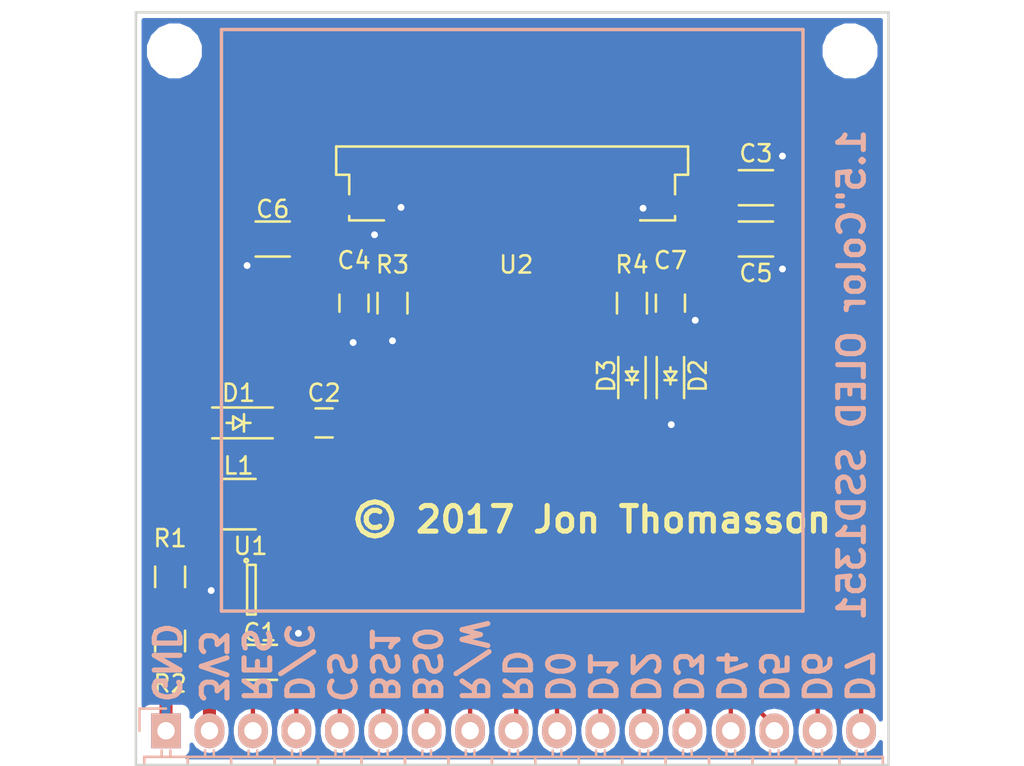
<source format=kicad_pcb>
(kicad_pcb (version 20160815) (host pcbnew "(2017-01-24 revision 0b6147e)-makepkg")

  (general
    (links 51)
    (no_connects 0)
    (area 41.903572 44.5925 102.096429 99.875001)
    (thickness 1.6)
    (drawings 28)
    (tracks 172)
    (zones 0)
    (modules 20)
    (nets 32)
  )

  (page A4)
  (layers
    (0 F.Cu signal)
    (31 B.Cu signal hide)
    (32 B.Adhes user)
    (33 F.Adhes user)
    (34 B.Paste user)
    (35 F.Paste user)
    (36 B.SilkS user)
    (37 F.SilkS user)
    (38 B.Mask user)
    (39 F.Mask user)
    (40 Dwgs.User user)
    (41 Cmts.User user)
    (42 Eco1.User user)
    (43 Eco2.User user)
    (44 Edge.Cuts user)
    (45 Margin user)
    (46 B.CrtYd user)
    (47 F.CrtYd user)
    (48 B.Fab user)
    (49 F.Fab user)
  )

  (setup
    (last_trace_width 0.254)
    (user_trace_width 0.254)
    (user_trace_width 0.381)
    (user_trace_width 0.508)
    (user_trace_width 0.635)
    (user_trace_width 0.762)
    (trace_clearance 0.2)
    (zone_clearance 0.254)
    (zone_45_only no)
    (trace_min 0.2)
    (segment_width 0.2)
    (edge_width 0.15)
    (via_size 0.8)
    (via_drill 0.4)
    (via_min_size 0.4)
    (via_min_drill 0.3)
    (uvia_size 0.3)
    (uvia_drill 0.1)
    (uvias_allowed no)
    (uvia_min_size 0.2)
    (uvia_min_drill 0.1)
    (pcb_text_width 0.3)
    (pcb_text_size 1.5 1.5)
    (mod_edge_width 0.15)
    (mod_text_size 1 1)
    (mod_text_width 0.15)
    (pad_size 1.524 1.524)
    (pad_drill 0.762)
    (pad_to_mask_clearance 0.2)
    (aux_axis_origin 0 0)
    (visible_elements 7FFEFF7F)
    (pcbplotparams
      (layerselection 0x010f0_ffffffff)
      (usegerberextensions true)
      (excludeedgelayer true)
      (linewidth 0.100000)
      (plotframeref false)
      (viasonmask false)
      (mode 1)
      (useauxorigin false)
      (hpglpennumber 1)
      (hpglpenspeed 20)
      (hpglpendiameter 15)
      (psnegative false)
      (psa4output false)
      (plotreference true)
      (plotvalue true)
      (plotinvisibletext false)
      (padsonsilk false)
      (subtractmaskfromsilk true)
      (outputformat 1)
      (mirror false)
      (drillshape 0)
      (scaleselection 1)
      (outputdirectory Gerbers/))
  )

  (net 0 "")
  (net 1 /+3V3)
  (net 2 GND)
  (net 3 /+13V)
  (net 4 "Net-(C2-Pad2)")
  (net 5 "Net-(C4-Pad1)")
  (net 6 "Net-(C5-Pad1)")
  (net 7 "Net-(D1-Pad2)")
  (net 8 "Net-(D2-Pad2)")
  (net 9 "Net-(D3-Pad2)")
  (net 10 /RES#)
  (net 11 /D/C#)
  (net 12 /CS#)
  (net 13 /BS1)
  (net 14 /BS0)
  (net 15 /R/W#)
  (net 16 /E/RD#)
  (net 17 /D0/SCK)
  (net 18 /D1/SDIN)
  (net 19 /D2)
  (net 20 /D3)
  (net 21 /D4)
  (net 22 /D5)
  (net 23 /D6)
  (net 24 /D7)
  (net 25 "Net-(R3-Pad1)")
  (net 26 "Net-(R4-Pad1)")
  (net 27 "Net-(U2-Pad6)")
  (net 28 "Net-(U2-Pad23)")
  (net 29 "Net-(U2-Pad24)")
  (net 30 "Net-(U2-Pad25)")
  (net 31 "Net-(U2-Pad29)")

  (net_class Default "This is the default net class."
    (clearance 0.2)
    (trace_width 0.25)
    (via_dia 0.8)
    (via_drill 0.4)
    (uvia_dia 0.3)
    (uvia_drill 0.1)
    (add_net /+13V)
    (add_net /+3V3)
    (add_net /BS0)
    (add_net /BS1)
    (add_net /CS#)
    (add_net /D/C#)
    (add_net /D0/SCK)
    (add_net /D1/SDIN)
    (add_net /D2)
    (add_net /D3)
    (add_net /D4)
    (add_net /D5)
    (add_net /D6)
    (add_net /D7)
    (add_net /E/RD#)
    (add_net /R/W#)
    (add_net /RES#)
    (add_net GND)
    (add_net "Net-(C2-Pad2)")
    (add_net "Net-(C4-Pad1)")
    (add_net "Net-(C5-Pad1)")
    (add_net "Net-(D1-Pad2)")
    (add_net "Net-(D2-Pad2)")
    (add_net "Net-(D3-Pad2)")
    (add_net "Net-(R3-Pad1)")
    (add_net "Net-(R4-Pad1)")
    (add_net "Net-(U2-Pad23)")
    (add_net "Net-(U2-Pad24)")
    (add_net "Net-(U2-Pad25)")
    (add_net "Net-(U2-Pad29)")
    (add_net "Net-(U2-Pad6)")
  )

  (module Capacitors_SMD:C_1206 (layer F.Cu) (tedit 58FC01FD) (tstamp 58D5DB3F)
    (at 57.25 85)
    (descr "Capacitor SMD 1206, reflow soldering, AVX (see smccp.pdf)")
    (tags "capacitor 1206")
    (path /5895D147)
    (attr smd)
    (fp_text reference C1 (at 0 -1.75) (layer F.SilkS)
      (effects (font (size 1 1) (thickness 0.15)))
    )
    (fp_text value 10uF (at 0 2.3) (layer F.Fab)
      (effects (font (size 1 1) (thickness 0.15)))
    )
    (fp_line (start -2.3 -1.15) (end 2.3 -1.15) (layer F.CrtYd) (width 0.05))
    (fp_line (start -2.3 1.15) (end 2.3 1.15) (layer F.CrtYd) (width 0.05))
    (fp_line (start -2.3 -1.15) (end -2.3 1.15) (layer F.CrtYd) (width 0.05))
    (fp_line (start 2.3 -1.15) (end 2.3 1.15) (layer F.CrtYd) (width 0.05))
    (fp_line (start 1 -1.025) (end -1 -1.025) (layer F.SilkS) (width 0.15))
    (fp_line (start -1 1.025) (end 1 1.025) (layer F.SilkS) (width 0.15))
    (pad 1 smd rect (at -1.5 0) (size 1 1.6) (layers F.Cu F.Paste F.Mask)
      (net 1 /+3V3))
    (pad 2 smd rect (at 1.5 0) (size 1 1.6) (layers F.Cu F.Paste F.Mask)
      (net 2 GND))
    (model Capacitors_SMD.3dshapes/C_1206.wrl
      (at (xyz 0 0 0))
      (scale (xyz 1 1 1))
      (rotate (xyz 0 0 0))
    )
  )

  (module Capacitors_SMD:C_1206 (layer F.Cu) (tedit 5415D7BD) (tstamp 58D5DB4B)
    (at 86.25 57.25)
    (descr "Capacitor SMD 1206, reflow soldering, AVX (see smccp.pdf)")
    (tags "capacitor 1206")
    (path /5895EFAA)
    (attr smd)
    (fp_text reference C3 (at 0 -2) (layer F.SilkS)
      (effects (font (size 1 1) (thickness 0.15)))
    )
    (fp_text value 10uF (at 0 2.3) (layer F.Fab)
      (effects (font (size 1 1) (thickness 0.15)))
    )
    (fp_line (start -2.3 -1.15) (end 2.3 -1.15) (layer F.CrtYd) (width 0.05))
    (fp_line (start -2.3 1.15) (end 2.3 1.15) (layer F.CrtYd) (width 0.05))
    (fp_line (start -2.3 -1.15) (end -2.3 1.15) (layer F.CrtYd) (width 0.05))
    (fp_line (start 2.3 -1.15) (end 2.3 1.15) (layer F.CrtYd) (width 0.05))
    (fp_line (start 1 -1.025) (end -1 -1.025) (layer F.SilkS) (width 0.15))
    (fp_line (start -1 1.025) (end 1 1.025) (layer F.SilkS) (width 0.15))
    (pad 1 smd rect (at -1.5 0) (size 1 1.6) (layers F.Cu F.Paste F.Mask)
      (net 3 /+13V))
    (pad 2 smd rect (at 1.5 0) (size 1 1.6) (layers F.Cu F.Paste F.Mask)
      (net 2 GND))
    (model Capacitors_SMD.3dshapes/C_1206.wrl
      (at (xyz 0 0 0))
      (scale (xyz 1 1 1))
      (rotate (xyz 0 0 0))
    )
  )

  (module Capacitors_SMD:C_1206 (layer F.Cu) (tedit 5415D7BD) (tstamp 58D5DB57)
    (at 86.25 60.25)
    (descr "Capacitor SMD 1206, reflow soldering, AVX (see smccp.pdf)")
    (tags "capacitor 1206")
    (path /5895EEBE)
    (attr smd)
    (fp_text reference C5 (at 0 2) (layer F.SilkS)
      (effects (font (size 1 1) (thickness 0.15)))
    )
    (fp_text value 10uF (at 0 2.3) (layer F.Fab)
      (effects (font (size 1 1) (thickness 0.15)))
    )
    (fp_line (start -1 1.025) (end 1 1.025) (layer F.SilkS) (width 0.15))
    (fp_line (start 1 -1.025) (end -1 -1.025) (layer F.SilkS) (width 0.15))
    (fp_line (start 2.3 -1.15) (end 2.3 1.15) (layer F.CrtYd) (width 0.05))
    (fp_line (start -2.3 -1.15) (end -2.3 1.15) (layer F.CrtYd) (width 0.05))
    (fp_line (start -2.3 1.15) (end 2.3 1.15) (layer F.CrtYd) (width 0.05))
    (fp_line (start -2.3 -1.15) (end 2.3 -1.15) (layer F.CrtYd) (width 0.05))
    (pad 2 smd rect (at 1.5 0) (size 1 1.6) (layers F.Cu F.Paste F.Mask)
      (net 2 GND))
    (pad 1 smd rect (at -1.5 0) (size 1 1.6) (layers F.Cu F.Paste F.Mask)
      (net 6 "Net-(C5-Pad1)"))
    (model Capacitors_SMD.3dshapes/C_1206.wrl
      (at (xyz 0 0 0))
      (scale (xyz 1 1 1))
      (rotate (xyz 0 0 0))
    )
  )

  (module Capacitors_SMD:C_1206 (layer F.Cu) (tedit 58FBE314) (tstamp 58D5DB5D)
    (at 58 60.25 180)
    (descr "Capacitor SMD 1206, reflow soldering, AVX (see smccp.pdf)")
    (tags "capacitor 1206")
    (path /58960D78)
    (attr smd)
    (fp_text reference C6 (at 0 1.75 180) (layer F.SilkS)
      (effects (font (size 1 1) (thickness 0.15)))
    )
    (fp_text value 10uF (at 0 2.3 180) (layer F.Fab)
      (effects (font (size 1 1) (thickness 0.15)))
    )
    (fp_line (start -1 1.025) (end 1 1.025) (layer F.SilkS) (width 0.15))
    (fp_line (start 1 -1.025) (end -1 -1.025) (layer F.SilkS) (width 0.15))
    (fp_line (start 2.3 -1.15) (end 2.3 1.15) (layer F.CrtYd) (width 0.05))
    (fp_line (start -2.3 -1.15) (end -2.3 1.15) (layer F.CrtYd) (width 0.05))
    (fp_line (start -2.3 1.15) (end 2.3 1.15) (layer F.CrtYd) (width 0.05))
    (fp_line (start -2.3 -1.15) (end 2.3 -1.15) (layer F.CrtYd) (width 0.05))
    (pad 2 smd rect (at 1.5 0 180) (size 1 1.6) (layers F.Cu F.Paste F.Mask)
      (net 2 GND))
    (pad 1 smd rect (at -1.5 0 180) (size 1 1.6) (layers F.Cu F.Paste F.Mask)
      (net 1 /+3V3))
    (model Capacitors_SMD.3dshapes/C_1206.wrl
      (at (xyz 0 0 0))
      (scale (xyz 1 1 1))
      (rotate (xyz 0 0 0))
    )
  )

  (module oled_breakout:SOD-123 (layer F.Cu) (tedit 58FC01A9) (tstamp 58D5DB75)
    (at 56 71 180)
    (descr SOD-123)
    (tags SOD-123)
    (path /5895CFB2)
    (attr smd)
    (fp_text reference D1 (at 0 1.75 180) (layer F.SilkS)
      (effects (font (size 1 1) (thickness 0.15)))
    )
    (fp_text value BAT54T1G (at 0 2.1 180) (layer F.Fab)
      (effects (font (size 1 1) (thickness 0.15)))
    )
    (fp_line (start 0.3175 0) (end 0.6985 0) (layer F.SilkS) (width 0.15))
    (fp_line (start -0.6985 0) (end -0.3175 0) (layer F.SilkS) (width 0.15))
    (fp_line (start -0.3175 0) (end 0.3175 -0.381) (layer F.SilkS) (width 0.15))
    (fp_line (start 0.3175 -0.381) (end 0.3175 0.381) (layer F.SilkS) (width 0.15))
    (fp_line (start 0.3175 0.381) (end -0.3175 0) (layer F.SilkS) (width 0.15))
    (fp_line (start -0.3175 -0.508) (end -0.3175 0.508) (layer F.SilkS) (width 0.15))
    (fp_line (start -2.25 -1.05) (end 2.25 -1.05) (layer F.CrtYd) (width 0.05))
    (fp_line (start 2.25 -1.05) (end 2.25 1.05) (layer F.CrtYd) (width 0.05))
    (fp_line (start 2.25 1.05) (end -2.25 1.05) (layer F.CrtYd) (width 0.05))
    (fp_line (start -2.25 -1.05) (end -2.25 1.05) (layer F.CrtYd) (width 0.05))
    (fp_line (start -2 0.9) (end 1.54 0.9) (layer F.SilkS) (width 0.15))
    (fp_line (start -2 -0.9) (end 1.54 -0.9) (layer F.SilkS) (width 0.15))
    (pad 1 smd rect (at -1.635 0 180) (size 0.91 1.22) (layers F.Cu F.Paste F.Mask)
      (net 3 /+13V))
    (pad 2 smd rect (at 1.635 0 180) (size 0.91 1.22) (layers F.Cu F.Paste F.Mask)
      (net 7 "Net-(D1-Pad2)"))
    (model "C:/Users/Stache/Documents/KiCad Projects/3DModels/3d_smd_diode/walter/smd_diode/sod123.wrl"
      (at (xyz 0 0 0))
      (scale (xyz 1 1 1))
      (rotate (xyz 0 0 180))
    )
  )

  (module oled_breakout:SOD-323 (layer F.Cu) (tedit 58D5DA17) (tstamp 58D5DB7B)
    (at 81.25 68.25 90)
    (descr SOD-323)
    (tags SOD-323)
    (path /5895EAF5)
    (attr smd)
    (fp_text reference D2 (at 0 1.605 90) (layer F.SilkS)
      (effects (font (size 1 1) (thickness 0.15)))
    )
    (fp_text value 1N4148 (at 0.1 1.9 90) (layer F.Fab)
      (effects (font (size 1 1) (thickness 0.15)))
    )
    (fp_line (start 0.25 0) (end 0.5 0) (layer F.SilkS) (width 0.15))
    (fp_line (start -0.25 0) (end -0.5 0) (layer F.SilkS) (width 0.15))
    (fp_line (start -0.25 0) (end 0.25 -0.35) (layer F.SilkS) (width 0.15))
    (fp_line (start 0.25 -0.35) (end 0.25 0.35) (layer F.SilkS) (width 0.15))
    (fp_line (start 0.25 0.35) (end -0.25 0) (layer F.SilkS) (width 0.15))
    (fp_line (start -0.25 -0.35) (end -0.25 0.35) (layer F.SilkS) (width 0.15))
    (fp_line (start -1.5 -0.95) (end 1.5 -0.95) (layer F.CrtYd) (width 0.05))
    (fp_line (start 1.5 -0.95) (end 1.5 0.95) (layer F.CrtYd) (width 0.05))
    (fp_line (start -1.5 0.95) (end 1.5 0.95) (layer F.CrtYd) (width 0.05))
    (fp_line (start -1.5 -0.95) (end -1.5 0.95) (layer F.CrtYd) (width 0.05))
    (fp_line (start -1.3 0.8) (end 1.1 0.8) (layer F.SilkS) (width 0.15))
    (fp_line (start -1.3 -0.8) (end 1.1 -0.8) (layer F.SilkS) (width 0.15))
    (pad 1 smd rect (at -1.355 0 90) (size 1.3 0.8) (layers F.Cu F.Paste F.Mask)
      (net 2 GND))
    (pad 2 smd rect (at 1.355 0 90) (size 1.3 0.8) (layers F.Cu F.Paste F.Mask)
      (net 8 "Net-(D2-Pad2)"))
    (model "C:/Users/Stache/Documents/KiCad Projects/3DModels/3d_smd_diode/walter/smd_diode/sod323.wrl"
      (at (xyz 0 0 0))
      (scale (xyz 1 1 1))
      (rotate (xyz 0 0 180))
    )
  )

  (module oled_breakout:SOD-323 (layer F.Cu) (tedit 58D5DA17) (tstamp 58D5DB81)
    (at 79 68.25 90)
    (descr SOD-323)
    (tags SOD-323)
    (path /5895EA59)
    (attr smd)
    (fp_text reference D3 (at 0 -1.5 90) (layer F.SilkS)
      (effects (font (size 1 1) (thickness 0.15)))
    )
    (fp_text value 1N4148 (at 0.1 1.9 90) (layer F.Fab)
      (effects (font (size 1 1) (thickness 0.15)))
    )
    (fp_line (start -1.3 -0.8) (end 1.1 -0.8) (layer F.SilkS) (width 0.15))
    (fp_line (start -1.3 0.8) (end 1.1 0.8) (layer F.SilkS) (width 0.15))
    (fp_line (start -1.5 -0.95) (end -1.5 0.95) (layer F.CrtYd) (width 0.05))
    (fp_line (start -1.5 0.95) (end 1.5 0.95) (layer F.CrtYd) (width 0.05))
    (fp_line (start 1.5 -0.95) (end 1.5 0.95) (layer F.CrtYd) (width 0.05))
    (fp_line (start -1.5 -0.95) (end 1.5 -0.95) (layer F.CrtYd) (width 0.05))
    (fp_line (start -0.25 -0.35) (end -0.25 0.35) (layer F.SilkS) (width 0.15))
    (fp_line (start 0.25 0.35) (end -0.25 0) (layer F.SilkS) (width 0.15))
    (fp_line (start 0.25 -0.35) (end 0.25 0.35) (layer F.SilkS) (width 0.15))
    (fp_line (start -0.25 0) (end 0.25 -0.35) (layer F.SilkS) (width 0.15))
    (fp_line (start -0.25 0) (end -0.5 0) (layer F.SilkS) (width 0.15))
    (fp_line (start 0.25 0) (end 0.5 0) (layer F.SilkS) (width 0.15))
    (pad 2 smd rect (at 1.355 0 90) (size 1.3 0.8) (layers F.Cu F.Paste F.Mask)
      (net 9 "Net-(D3-Pad2)"))
    (pad 1 smd rect (at -1.355 0 90) (size 1.3 0.8) (layers F.Cu F.Paste F.Mask)
      (net 8 "Net-(D2-Pad2)"))
    (model "C:/Users/Stache/Documents/KiCad Projects/3DModels/3d_smd_diode/walter/smd_diode/sod323.wrl"
      (at (xyz 0 0 0))
      (scale (xyz 1 1 1))
      (rotate (xyz 0 0 180))
    )
  )

  (module Capacitors_SMD:C_1210 (layer F.Cu) (tedit 58FBE3D8) (tstamp 58D5DB87)
    (at 56 75.75 180)
    (descr "Capacitor SMD 1210, reflow soldering, AVX (see smccp.pdf)")
    (tags "capacitor 1210")
    (path /5895CF6F)
    (attr smd)
    (fp_text reference L1 (at 0 2.25 180) (layer F.SilkS)
      (effects (font (size 1 1) (thickness 0.15)))
    )
    (fp_text value 10uH (at 0 2.7 180) (layer F.Fab)
      (effects (font (size 1 1) (thickness 0.15)))
    )
    (fp_line (start -2.3 -1.6) (end 2.3 -1.6) (layer F.CrtYd) (width 0.05))
    (fp_line (start -2.3 1.6) (end 2.3 1.6) (layer F.CrtYd) (width 0.05))
    (fp_line (start -2.3 -1.6) (end -2.3 1.6) (layer F.CrtYd) (width 0.05))
    (fp_line (start 2.3 -1.6) (end 2.3 1.6) (layer F.CrtYd) (width 0.05))
    (fp_line (start 1 -1.475) (end -1 -1.475) (layer F.SilkS) (width 0.15))
    (fp_line (start -1 1.475) (end 1 1.475) (layer F.SilkS) (width 0.15))
    (pad 1 smd rect (at -1.5 0 180) (size 1 2.5) (layers F.Cu F.Paste F.Mask)
      (net 1 /+3V3))
    (pad 2 smd rect (at 1.5 0 180) (size 1 2.5) (layers F.Cu F.Paste F.Mask)
      (net 7 "Net-(D1-Pad2)"))
    (model Capacitors_SMD.3dshapes/C_1210.wrl
      (at (xyz 0 0 0))
      (scale (xyz 1 1 1))
      (rotate (xyz 0 0 0))
    )
  )

  (module Pin_Headers:Pin_Header_Angled_1x17 (layer B.Cu) (tedit 58FC124D) (tstamp 58D5DB9C)
    (at 51.76 89 270)
    (descr "Through hole pin header")
    (tags "pin header")
    (path /589635DE)
    (fp_text reference P1 (at 0 5.1 270) (layer B.SilkS) hide
      (effects (font (size 1 1) (thickness 0.15)) (justify mirror))
    )
    (fp_text value BREAKOUT (at 0 3.1 270) (layer B.Fab)
      (effects (font (size 1 1) (thickness 0.15)) (justify mirror))
    )
    (fp_line (start -1.5 1.75) (end -1.5 -42.4) (layer B.CrtYd) (width 0.05))
    (fp_line (start 10.65 1.75) (end 10.65 -42.4) (layer B.CrtYd) (width 0.05))
    (fp_line (start -1.5 1.75) (end 10.65 1.75) (layer B.CrtYd) (width 0.05))
    (fp_line (start -1.5 -42.4) (end 10.65 -42.4) (layer B.CrtYd) (width 0.05))
    (fp_line (start -1.3 1.55) (end -1.3 0) (layer B.SilkS) (width 0.15))
    (fp_line (start 0 1.55) (end -1.3 1.55) (layer B.SilkS) (width 0.15))
    (fp_line (start 4.191 0.127) (end 10.033 0.127) (layer B.SilkS) (width 0.15))
    (fp_line (start 10.033 0.127) (end 10.033 -0.127) (layer B.SilkS) (width 0.15))
    (fp_line (start 10.033 -0.127) (end 4.191 -0.127) (layer B.SilkS) (width 0.15))
    (fp_line (start 4.191 -0.127) (end 4.191 0) (layer B.SilkS) (width 0.15))
    (fp_line (start 4.191 0) (end 10.033 0) (layer B.SilkS) (width 0.15))
    (fp_line (start 1.524 -20.066) (end 1.143 -20.066) (layer B.SilkS) (width 0.15))
    (fp_line (start 1.524 -20.574) (end 1.143 -20.574) (layer B.SilkS) (width 0.15))
    (fp_line (start 1.524 -22.606) (end 1.143 -22.606) (layer B.SilkS) (width 0.15))
    (fp_line (start 1.524 -23.114) (end 1.143 -23.114) (layer B.SilkS) (width 0.15))
    (fp_line (start 1.524 -25.146) (end 1.143 -25.146) (layer B.SilkS) (width 0.15))
    (fp_line (start 1.524 -25.654) (end 1.143 -25.654) (layer B.SilkS) (width 0.15))
    (fp_line (start 1.524 -27.686) (end 1.143 -27.686) (layer B.SilkS) (width 0.15))
    (fp_line (start 1.524 -28.194) (end 1.143 -28.194) (layer B.SilkS) (width 0.15))
    (fp_line (start 1.524 -38.354) (end 1.143 -38.354) (layer B.SilkS) (width 0.15))
    (fp_line (start 1.524 -37.846) (end 1.143 -37.846) (layer B.SilkS) (width 0.15))
    (fp_line (start 1.524 -35.814) (end 1.143 -35.814) (layer B.SilkS) (width 0.15))
    (fp_line (start 1.524 -35.306) (end 1.143 -35.306) (layer B.SilkS) (width 0.15))
    (fp_line (start 1.524 -33.274) (end 1.143 -33.274) (layer B.SilkS) (width 0.15))
    (fp_line (start 1.524 -32.766) (end 1.143 -32.766) (layer B.SilkS) (width 0.15))
    (fp_line (start 1.524 -30.734) (end 1.143 -30.734) (layer B.SilkS) (width 0.15))
    (fp_line (start 1.524 -30.226) (end 1.143 -30.226) (layer B.SilkS) (width 0.15))
    (fp_line (start 1.524 -40.894) (end 1.143 -40.894) (layer B.SilkS) (width 0.15))
    (fp_line (start 1.524 -40.386) (end 1.143 -40.386) (layer B.SilkS) (width 0.15))
    (fp_line (start 1.524 0.254) (end 1.143 0.254) (layer B.SilkS) (width 0.15))
    (fp_line (start 1.524 -0.254) (end 1.143 -0.254) (layer B.SilkS) (width 0.15))
    (fp_line (start 1.524 -2.286) (end 1.143 -2.286) (layer B.SilkS) (width 0.15))
    (fp_line (start 1.524 -2.794) (end 1.143 -2.794) (layer B.SilkS) (width 0.15))
    (fp_line (start 1.524 -4.826) (end 1.143 -4.826) (layer B.SilkS) (width 0.15))
    (fp_line (start 1.524 -5.334) (end 1.143 -5.334) (layer B.SilkS) (width 0.15))
    (fp_line (start 1.524 -7.366) (end 1.143 -7.366) (layer B.SilkS) (width 0.15))
    (fp_line (start 1.524 -7.874) (end 1.143 -7.874) (layer B.SilkS) (width 0.15))
    (fp_line (start 1.524 -18.034) (end 1.143 -18.034) (layer B.SilkS) (width 0.15))
    (fp_line (start 1.524 -17.526) (end 1.143 -17.526) (layer B.SilkS) (width 0.15))
    (fp_line (start 1.524 -15.494) (end 1.143 -15.494) (layer B.SilkS) (width 0.15))
    (fp_line (start 1.524 -14.986) (end 1.143 -14.986) (layer B.SilkS) (width 0.15))
    (fp_line (start 1.524 -12.954) (end 1.143 -12.954) (layer B.SilkS) (width 0.15))
    (fp_line (start 1.524 -12.446) (end 1.143 -12.446) (layer B.SilkS) (width 0.15))
    (fp_line (start 1.524 -10.414) (end 1.143 -10.414) (layer B.SilkS) (width 0.15))
    (fp_line (start 1.524 -9.906) (end 1.143 -9.906) (layer B.SilkS) (width 0.15))
    (fp_line (start 1.524 -16.51) (end 4.064 -16.51) (layer B.SilkS) (width 0.15))
    (fp_line (start 1.524 -16.51) (end 1.524 -19.05) (layer B.SilkS) (width 0.15))
    (fp_line (start 1.524 -19.05) (end 4.064 -19.05) (layer B.SilkS) (width 0.15))
    (fp_line (start 4.064 -17.526) (end 10.16 -17.526) (layer B.SilkS) (width 0.15))
    (fp_line (start 10.16 -17.526) (end 10.16 -18.034) (layer B.SilkS) (width 0.15))
    (fp_line (start 10.16 -18.034) (end 4.064 -18.034) (layer B.SilkS) (width 0.15))
    (fp_line (start 4.064 -19.05) (end 4.064 -16.51) (layer B.SilkS) (width 0.15))
    (fp_line (start 4.064 -21.59) (end 4.064 -19.05) (layer B.SilkS) (width 0.15))
    (fp_line (start 10.16 -20.574) (end 4.064 -20.574) (layer B.SilkS) (width 0.15))
    (fp_line (start 10.16 -20.066) (end 10.16 -20.574) (layer B.SilkS) (width 0.15))
    (fp_line (start 4.064 -20.066) (end 10.16 -20.066) (layer B.SilkS) (width 0.15))
    (fp_line (start 1.524 -21.59) (end 4.064 -21.59) (layer B.SilkS) (width 0.15))
    (fp_line (start 1.524 -19.05) (end 1.524 -21.59) (layer B.SilkS) (width 0.15))
    (fp_line (start 1.524 -19.05) (end 4.064 -19.05) (layer B.SilkS) (width 0.15))
    (fp_line (start 1.524 -24.13) (end 4.064 -24.13) (layer B.SilkS) (width 0.15))
    (fp_line (start 1.524 -24.13) (end 1.524 -26.67) (layer B.SilkS) (width 0.15))
    (fp_line (start 1.524 -26.67) (end 4.064 -26.67) (layer B.SilkS) (width 0.15))
    (fp_line (start 4.064 -25.146) (end 10.16 -25.146) (layer B.SilkS) (width 0.15))
    (fp_line (start 10.16 -25.146) (end 10.16 -25.654) (layer B.SilkS) (width 0.15))
    (fp_line (start 10.16 -25.654) (end 4.064 -25.654) (layer B.SilkS) (width 0.15))
    (fp_line (start 4.064 -26.67) (end 4.064 -24.13) (layer B.SilkS) (width 0.15))
    (fp_line (start 4.064 -24.13) (end 4.064 -21.59) (layer B.SilkS) (width 0.15))
    (fp_line (start 10.16 -23.114) (end 4.064 -23.114) (layer B.SilkS) (width 0.15))
    (fp_line (start 10.16 -22.606) (end 10.16 -23.114) (layer B.SilkS) (width 0.15))
    (fp_line (start 4.064 -22.606) (end 10.16 -22.606) (layer B.SilkS) (width 0.15))
    (fp_line (start 1.524 -24.13) (end 4.064 -24.13) (layer B.SilkS) (width 0.15))
    (fp_line (start 1.524 -21.59) (end 1.524 -24.13) (layer B.SilkS) (width 0.15))
    (fp_line (start 1.524 -21.59) (end 4.064 -21.59) (layer B.SilkS) (width 0.15))
    (fp_line (start 1.524 -31.75) (end 4.064 -31.75) (layer B.SilkS) (width 0.15))
    (fp_line (start 1.524 -31.75) (end 1.524 -34.29) (layer B.SilkS) (width 0.15))
    (fp_line (start 1.524 -34.29) (end 4.064 -34.29) (layer B.SilkS) (width 0.15))
    (fp_line (start 4.064 -32.766) (end 10.16 -32.766) (layer B.SilkS) (width 0.15))
    (fp_line (start 10.16 -32.766) (end 10.16 -33.274) (layer B.SilkS) (width 0.15))
    (fp_line (start 10.16 -33.274) (end 4.064 -33.274) (layer B.SilkS) (width 0.15))
    (fp_line (start 4.064 -34.29) (end 4.064 -31.75) (layer B.SilkS) (width 0.15))
    (fp_line (start 4.064 -36.83) (end 4.064 -34.29) (layer B.SilkS) (width 0.15))
    (fp_line (start 10.16 -35.814) (end 4.064 -35.814) (layer B.SilkS) (width 0.15))
    (fp_line (start 10.16 -35.306) (end 10.16 -35.814) (layer B.SilkS) (width 0.15))
    (fp_line (start 4.064 -35.306) (end 10.16 -35.306) (layer B.SilkS) (width 0.15))
    (fp_line (start 1.524 -36.83) (end 4.064 -36.83) (layer B.SilkS) (width 0.15))
    (fp_line (start 1.524 -34.29) (end 1.524 -36.83) (layer B.SilkS) (width 0.15))
    (fp_line (start 1.524 -34.29) (end 4.064 -34.29) (layer B.SilkS) (width 0.15))
    (fp_line (start 1.524 -29.21) (end 4.064 -29.21) (layer B.SilkS) (width 0.15))
    (fp_line (start 1.524 -29.21) (end 1.524 -31.75) (layer B.SilkS) (width 0.15))
    (fp_line (start 1.524 -31.75) (end 4.064 -31.75) (layer B.SilkS) (width 0.15))
    (fp_line (start 4.064 -30.226) (end 10.16 -30.226) (layer B.SilkS) (width 0.15))
    (fp_line (start 10.16 -30.226) (end 10.16 -30.734) (layer B.SilkS) (width 0.15))
    (fp_line (start 10.16 -30.734) (end 4.064 -30.734) (layer B.SilkS) (width 0.15))
    (fp_line (start 4.064 -31.75) (end 4.064 -29.21) (layer B.SilkS) (width 0.15))
    (fp_line (start 4.064 -29.21) (end 4.064 -26.67) (layer B.SilkS) (width 0.15))
    (fp_line (start 10.16 -28.194) (end 4.064 -28.194) (layer B.SilkS) (width 0.15))
    (fp_line (start 10.16 -27.686) (end 10.16 -28.194) (layer B.SilkS) (width 0.15))
    (fp_line (start 4.064 -27.686) (end 10.16 -27.686) (layer B.SilkS) (width 0.15))
    (fp_line (start 1.524 -29.21) (end 4.064 -29.21) (layer B.SilkS) (width 0.15))
    (fp_line (start 1.524 -26.67) (end 1.524 -29.21) (layer B.SilkS) (width 0.15))
    (fp_line (start 1.524 -26.67) (end 4.064 -26.67) (layer B.SilkS) (width 0.15))
    (fp_line (start 1.524 -39.37) (end 4.064 -39.37) (layer B.SilkS) (width 0.15))
    (fp_line (start 1.524 -39.37) (end 1.524 -41.91) (layer B.SilkS) (width 0.15))
    (fp_line (start 1.524 -41.91) (end 4.064 -41.91) (layer B.SilkS) (width 0.15))
    (fp_line (start 4.064 -40.386) (end 10.16 -40.386) (layer B.SilkS) (width 0.15))
    (fp_line (start 10.16 -40.386) (end 10.16 -40.894) (layer B.SilkS) (width 0.15))
    (fp_line (start 10.16 -40.894) (end 4.064 -40.894) (layer B.SilkS) (width 0.15))
    (fp_line (start 4.064 -41.91) (end 4.064 -39.37) (layer B.SilkS) (width 0.15))
    (fp_line (start 4.064 -39.37) (end 4.064 -36.83) (layer B.SilkS) (width 0.15))
    (fp_line (start 10.16 -38.354) (end 4.064 -38.354) (layer B.SilkS) (width 0.15))
    (fp_line (start 10.16 -37.846) (end 10.16 -38.354) (layer B.SilkS) (width 0.15))
    (fp_line (start 4.064 -37.846) (end 10.16 -37.846) (layer B.SilkS) (width 0.15))
    (fp_line (start 1.524 -39.37) (end 4.064 -39.37) (layer B.SilkS) (width 0.15))
    (fp_line (start 1.524 -36.83) (end 1.524 -39.37) (layer B.SilkS) (width 0.15))
    (fp_line (start 1.524 -36.83) (end 4.064 -36.83) (layer B.SilkS) (width 0.15))
    (fp_line (start 4.064 -1.27) (end 4.064 1.27) (layer B.SilkS) (width 0.15))
    (fp_line (start 10.16 -0.254) (end 4.064 -0.254) (layer B.SilkS) (width 0.15))
    (fp_line (start 10.16 0.254) (end 10.16 -0.254) (layer B.SilkS) (width 0.15))
    (fp_line (start 4.064 0.254) (end 10.16 0.254) (layer B.SilkS) (width 0.15))
    (fp_line (start 1.524 -1.27) (end 4.064 -1.27) (layer B.SilkS) (width 0.15))
    (fp_line (start 1.524 1.27) (end 1.524 -1.27) (layer B.SilkS) (width 0.15))
    (fp_line (start 1.524 1.27) (end 4.064 1.27) (layer B.SilkS) (width 0.15))
    (fp_line (start 1.524 -3.81) (end 4.064 -3.81) (layer B.SilkS) (width 0.15))
    (fp_line (start 1.524 -3.81) (end 1.524 -6.35) (layer B.SilkS) (width 0.15))
    (fp_line (start 1.524 -6.35) (end 4.064 -6.35) (layer B.SilkS) (width 0.15))
    (fp_line (start 4.064 -4.826) (end 10.16 -4.826) (layer B.SilkS) (width 0.15))
    (fp_line (start 10.16 -4.826) (end 10.16 -5.334) (layer B.SilkS) (width 0.15))
    (fp_line (start 10.16 -5.334) (end 4.064 -5.334) (layer B.SilkS) (width 0.15))
    (fp_line (start 4.064 -6.35) (end 4.064 -3.81) (layer B.SilkS) (width 0.15))
    (fp_line (start 4.064 -3.81) (end 4.064 -1.27) (layer B.SilkS) (width 0.15))
    (fp_line (start 10.16 -2.794) (end 4.064 -2.794) (layer B.SilkS) (width 0.15))
    (fp_line (start 10.16 -2.286) (end 10.16 -2.794) (layer B.SilkS) (width 0.15))
    (fp_line (start 4.064 -2.286) (end 10.16 -2.286) (layer B.SilkS) (width 0.15))
    (fp_line (start 1.524 -3.81) (end 4.064 -3.81) (layer B.SilkS) (width 0.15))
    (fp_line (start 1.524 -1.27) (end 1.524 -3.81) (layer B.SilkS) (width 0.15))
    (fp_line (start 1.524 -1.27) (end 4.064 -1.27) (layer B.SilkS) (width 0.15))
    (fp_line (start 1.524 -11.43) (end 4.064 -11.43) (layer B.SilkS) (width 0.15))
    (fp_line (start 1.524 -11.43) (end 1.524 -13.97) (layer B.SilkS) (width 0.15))
    (fp_line (start 1.524 -13.97) (end 4.064 -13.97) (layer B.SilkS) (width 0.15))
    (fp_line (start 4.064 -12.446) (end 10.16 -12.446) (layer B.SilkS) (width 0.15))
    (fp_line (start 10.16 -12.446) (end 10.16 -12.954) (layer B.SilkS) (width 0.15))
    (fp_line (start 10.16 -12.954) (end 4.064 -12.954) (layer B.SilkS) (width 0.15))
    (fp_line (start 4.064 -13.97) (end 4.064 -11.43) (layer B.SilkS) (width 0.15))
    (fp_line (start 4.064 -16.51) (end 4.064 -13.97) (layer B.SilkS) (width 0.15))
    (fp_line (start 10.16 -15.494) (end 4.064 -15.494) (layer B.SilkS) (width 0.15))
    (fp_line (start 10.16 -14.986) (end 10.16 -15.494) (layer B.SilkS) (width 0.15))
    (fp_line (start 4.064 -14.986) (end 10.16 -14.986) (layer B.SilkS) (width 0.15))
    (fp_line (start 1.524 -16.51) (end 4.064 -16.51) (layer B.SilkS) (width 0.15))
    (fp_line (start 1.524 -13.97) (end 1.524 -16.51) (layer B.SilkS) (width 0.15))
    (fp_line (start 1.524 -13.97) (end 4.064 -13.97) (layer B.SilkS) (width 0.15))
    (fp_line (start 1.524 -8.89) (end 4.064 -8.89) (layer B.SilkS) (width 0.15))
    (fp_line (start 1.524 -8.89) (end 1.524 -11.43) (layer B.SilkS) (width 0.15))
    (fp_line (start 1.524 -11.43) (end 4.064 -11.43) (layer B.SilkS) (width 0.15))
    (fp_line (start 4.064 -9.906) (end 10.16 -9.906) (layer B.SilkS) (width 0.15))
    (fp_line (start 10.16 -9.906) (end 10.16 -10.414) (layer B.SilkS) (width 0.15))
    (fp_line (start 10.16 -10.414) (end 4.064 -10.414) (layer B.SilkS) (width 0.15))
    (fp_line (start 4.064 -11.43) (end 4.064 -8.89) (layer B.SilkS) (width 0.15))
    (fp_line (start 4.064 -8.89) (end 4.064 -6.35) (layer B.SilkS) (width 0.15))
    (fp_line (start 10.16 -7.874) (end 4.064 -7.874) (layer B.SilkS) (width 0.15))
    (fp_line (start 10.16 -7.366) (end 10.16 -7.874) (layer B.SilkS) (width 0.15))
    (fp_line (start 4.064 -7.366) (end 10.16 -7.366) (layer B.SilkS) (width 0.15))
    (fp_line (start 1.524 -8.89) (end 4.064 -8.89) (layer B.SilkS) (width 0.15))
    (fp_line (start 1.524 -6.35) (end 1.524 -8.89) (layer B.SilkS) (width 0.15))
    (fp_line (start 1.524 -6.35) (end 4.064 -6.35) (layer B.SilkS) (width 0.15))
    (pad 1 thru_hole rect (at 0 0 270) (size 2.032 1.7272) (drill 1.016) (layers *.Cu *.Mask B.SilkS)
      (net 2 GND))
    (pad 2 thru_hole oval (at 0 -2.54 270) (size 2.032 1.7272) (drill 1.016) (layers *.Cu *.Mask B.SilkS)
      (net 1 /+3V3))
    (pad 3 thru_hole oval (at 0 -5.08 270) (size 2.032 1.7272) (drill 1.016) (layers *.Cu *.Mask B.SilkS)
      (net 10 /RES#))
    (pad 4 thru_hole oval (at 0 -7.62 270) (size 2.032 1.7272) (drill 1.016) (layers *.Cu *.Mask B.SilkS)
      (net 11 /D/C#))
    (pad 5 thru_hole oval (at 0 -10.16 270) (size 2.032 1.7272) (drill 1.016) (layers *.Cu *.Mask B.SilkS)
      (net 12 /CS#))
    (pad 6 thru_hole oval (at 0 -12.7 270) (size 2.032 1.7272) (drill 1.016) (layers *.Cu *.Mask B.SilkS)
      (net 13 /BS1))
    (pad 7 thru_hole oval (at 0 -15.24 270) (size 2.032 1.7272) (drill 1.016) (layers *.Cu *.Mask B.SilkS)
      (net 14 /BS0))
    (pad 8 thru_hole oval (at 0 -17.78 270) (size 2.032 1.7272) (drill 1.016) (layers *.Cu *.Mask B.SilkS)
      (net 15 /R/W#))
    (pad 9 thru_hole oval (at 0 -20.32 270) (size 2.032 1.7272) (drill 1.016) (layers *.Cu *.Mask B.SilkS)
      (net 16 /E/RD#))
    (pad 10 thru_hole oval (at 0 -22.86 270) (size 2.032 1.7272) (drill 1.016) (layers *.Cu *.Mask B.SilkS)
      (net 17 /D0/SCK))
    (pad 11 thru_hole oval (at 0 -25.4 270) (size 2.032 1.7272) (drill 1.016) (layers *.Cu *.Mask B.SilkS)
      (net 18 /D1/SDIN))
    (pad 12 thru_hole oval (at 0 -27.94 270) (size 2.032 1.7272) (drill 1.016) (layers *.Cu *.Mask B.SilkS)
      (net 19 /D2))
    (pad 13 thru_hole oval (at 0 -30.48 270) (size 2.032 1.7272) (drill 1.016) (layers *.Cu *.Mask B.SilkS)
      (net 20 /D3))
    (pad 14 thru_hole oval (at 0 -33.02 270) (size 2.032 1.7272) (drill 1.016) (layers *.Cu *.Mask B.SilkS)
      (net 21 /D4))
    (pad 15 thru_hole oval (at 0 -35.56 270) (size 2.032 1.7272) (drill 1.016) (layers *.Cu *.Mask B.SilkS)
      (net 22 /D5))
    (pad 16 thru_hole oval (at 0 -38.1 270) (size 2.032 1.7272) (drill 1.016) (layers *.Cu *.Mask B.SilkS)
      (net 23 /D6))
    (pad 17 thru_hole oval (at 0 -40.64 270) (size 2.032 1.7272) (drill 1.016) (layers *.Cu *.Mask B.SilkS)
      (net 24 /D7))
    (model Pin_Headers.3dshapes/Pin_Header_Angled_1x17.wrl
      (at (xyz 0 -0.8 0))
      (scale (xyz 1 1 1))
      (rotate (xyz 0 0 90))
    )
  )

  (module TO_SOT_Packages_SMD:SOT-23-5 (layer F.Cu) (tedit 55360473) (tstamp 58D5DBBD)
    (at 56.75 80.75)
    (descr "5-pin SOT23 package")
    (tags SOT-23-5)
    (path /5895CEE9)
    (attr smd)
    (fp_text reference U1 (at -0.05 -2.55) (layer F.SilkS)
      (effects (font (size 1 1) (thickness 0.15)))
    )
    (fp_text value FAN5331SX (at -0.05 2.35) (layer F.Fab)
      (effects (font (size 1 1) (thickness 0.15)))
    )
    (fp_line (start -1.8 -1.6) (end 1.8 -1.6) (layer F.CrtYd) (width 0.05))
    (fp_line (start 1.8 -1.6) (end 1.8 1.6) (layer F.CrtYd) (width 0.05))
    (fp_line (start 1.8 1.6) (end -1.8 1.6) (layer F.CrtYd) (width 0.05))
    (fp_line (start -1.8 1.6) (end -1.8 -1.6) (layer F.CrtYd) (width 0.05))
    (fp_circle (center -0.3 -1.7) (end -0.2 -1.7) (layer F.SilkS) (width 0.15))
    (fp_line (start 0.25 -1.45) (end -0.25 -1.45) (layer F.SilkS) (width 0.15))
    (fp_line (start 0.25 1.45) (end 0.25 -1.45) (layer F.SilkS) (width 0.15))
    (fp_line (start -0.25 1.45) (end 0.25 1.45) (layer F.SilkS) (width 0.15))
    (fp_line (start -0.25 -1.45) (end -0.25 1.45) (layer F.SilkS) (width 0.15))
    (pad 1 smd rect (at -1.1 -0.95) (size 1.06 0.65) (layers F.Cu F.Paste F.Mask)
      (net 7 "Net-(D1-Pad2)"))
    (pad 2 smd rect (at -1.1 0) (size 1.06 0.65) (layers F.Cu F.Paste F.Mask)
      (net 2 GND))
    (pad 3 smd rect (at -1.1 0.95) (size 1.06 0.65) (layers F.Cu F.Paste F.Mask)
      (net 4 "Net-(C2-Pad2)"))
    (pad 4 smd rect (at 1.1 0.95) (size 1.06 0.65) (layers F.Cu F.Paste F.Mask)
      (net 1 /+3V3))
    (pad 5 smd rect (at 1.1 -0.95) (size 1.06 0.65) (layers F.Cu F.Paste F.Mask)
      (net 1 /+3V3))
    (model TO_SOT_Packages_SMD.3dshapes/SOT-23-5.wrl
      (at (xyz 0 0 0))
      (scale (xyz 1 1 1))
      (rotate (xyz 0 0 0))
    )
  )

  (module Resistors_SMD:R_0805 (layer F.Cu) (tedit 58FBF143) (tstamp 58FBEF70)
    (at 79 64 270)
    (descr "Resistor SMD 0805, reflow soldering, Vishay (see dcrcw.pdf)")
    (tags "resistor 0805")
    (path /5895E8BD)
    (attr smd)
    (fp_text reference R4 (at -2.25 0) (layer F.SilkS)
      (effects (font (size 1 1) (thickness 0.15)))
    )
    (fp_text value 50 (at 0 2.1 270) (layer F.Fab)
      (effects (font (size 1 1) (thickness 0.15)))
    )
    (fp_line (start -1.6 -1) (end 1.6 -1) (layer F.CrtYd) (width 0.05))
    (fp_line (start -1.6 1) (end 1.6 1) (layer F.CrtYd) (width 0.05))
    (fp_line (start -1.6 -1) (end -1.6 1) (layer F.CrtYd) (width 0.05))
    (fp_line (start 1.6 -1) (end 1.6 1) (layer F.CrtYd) (width 0.05))
    (fp_line (start 0.6 0.875) (end -0.6 0.875) (layer F.SilkS) (width 0.15))
    (fp_line (start -0.6 -0.875) (end 0.6 -0.875) (layer F.SilkS) (width 0.15))
    (pad 1 smd rect (at -0.95 0 270) (size 0.7 1.3) (layers F.Cu F.Paste F.Mask)
      (net 26 "Net-(R4-Pad1)"))
    (pad 2 smd rect (at 0.95 0 270) (size 0.7 1.3) (layers F.Cu F.Paste F.Mask)
      (net 9 "Net-(D3-Pad2)"))
    (model Resistors_SMD.3dshapes/R_0805.wrl
      (at (xyz 0 0 0))
      (scale (xyz 1 1 1))
      (rotate (xyz 0 0 0))
    )
  )

  (module Capacitors_SMD:C_0805 (layer F.Cu) (tedit 58FBF147) (tstamp 58FBEF98)
    (at 81.25 64 270)
    (descr "Capacitor SMD 0805, reflow soldering, AVX (see smccp.pdf)")
    (tags "capacitor 0805")
    (path /5895ED15)
    (attr smd)
    (fp_text reference C7 (at -2.5 0) (layer F.SilkS)
      (effects (font (size 1 1) (thickness 0.15)))
    )
    (fp_text value 1uF (at 0 2.1 270) (layer F.Fab)
      (effects (font (size 1 1) (thickness 0.15)))
    )
    (fp_line (start -1.8 -1) (end 1.8 -1) (layer F.CrtYd) (width 0.05))
    (fp_line (start -1.8 1) (end 1.8 1) (layer F.CrtYd) (width 0.05))
    (fp_line (start -1.8 -1) (end -1.8 1) (layer F.CrtYd) (width 0.05))
    (fp_line (start 1.8 -1) (end 1.8 1) (layer F.CrtYd) (width 0.05))
    (fp_line (start 0.5 -0.85) (end -0.5 -0.85) (layer F.SilkS) (width 0.15))
    (fp_line (start -0.5 0.85) (end 0.5 0.85) (layer F.SilkS) (width 0.15))
    (pad 1 smd rect (at -1 0 270) (size 1 1.25) (layers F.Cu F.Paste F.Mask)
      (net 1 /+3V3))
    (pad 2 smd rect (at 1 0 270) (size 1 1.25) (layers F.Cu F.Paste F.Mask)
      (net 2 GND))
    (model Capacitors_SMD.3dshapes/C_0805.wrl
      (at (xyz 0 0 0))
      (scale (xyz 1 1 1))
      (rotate (xyz 0 0 0))
    )
  )

  (module Resistors_SMD:R_0805 (layer F.Cu) (tedit 58FC01F1) (tstamp 58FBEFF2)
    (at 52 80 270)
    (descr "Resistor SMD 0805, reflow soldering, Vishay (see dcrcw.pdf)")
    (tags "resistor 0805")
    (path /5895D006)
    (attr smd)
    (fp_text reference R1 (at -2.25 0) (layer F.SilkS)
      (effects (font (size 1 1) (thickness 0.15)))
    )
    (fp_text value 100K (at 0 2.1 270) (layer F.Fab)
      (effects (font (size 1 1) (thickness 0.15)))
    )
    (fp_line (start -1.6 -1) (end 1.6 -1) (layer F.CrtYd) (width 0.05))
    (fp_line (start -1.6 1) (end 1.6 1) (layer F.CrtYd) (width 0.05))
    (fp_line (start -1.6 -1) (end -1.6 1) (layer F.CrtYd) (width 0.05))
    (fp_line (start 1.6 -1) (end 1.6 1) (layer F.CrtYd) (width 0.05))
    (fp_line (start 0.6 0.875) (end -0.6 0.875) (layer F.SilkS) (width 0.15))
    (fp_line (start -0.6 -0.875) (end 0.6 -0.875) (layer F.SilkS) (width 0.15))
    (pad 1 smd rect (at -0.95 0 270) (size 0.7 1.3) (layers F.Cu F.Paste F.Mask)
      (net 3 /+13V))
    (pad 2 smd rect (at 0.95 0 270) (size 0.7 1.3) (layers F.Cu F.Paste F.Mask)
      (net 4 "Net-(C2-Pad2)"))
    (model Resistors_SMD.3dshapes/R_0805.wrl
      (at (xyz 0 0 0))
      (scale (xyz 1 1 1))
      (rotate (xyz 0 0 0))
    )
  )

  (module Resistors_SMD:R_0805 (layer F.Cu) (tedit 58FC01F6) (tstamp 58FBEFF8)
    (at 52 83.75 270)
    (descr "Resistor SMD 0805, reflow soldering, Vishay (see dcrcw.pdf)")
    (tags "resistor 0805")
    (path /5895D0AA)
    (attr smd)
    (fp_text reference R2 (at 2.5 0) (layer F.SilkS)
      (effects (font (size 1 1) (thickness 0.15)))
    )
    (fp_text value 10K (at 0 2.1 270) (layer F.Fab)
      (effects (font (size 1 1) (thickness 0.15)))
    )
    (fp_line (start -0.6 -0.875) (end 0.6 -0.875) (layer F.SilkS) (width 0.15))
    (fp_line (start 0.6 0.875) (end -0.6 0.875) (layer F.SilkS) (width 0.15))
    (fp_line (start 1.6 -1) (end 1.6 1) (layer F.CrtYd) (width 0.05))
    (fp_line (start -1.6 -1) (end -1.6 1) (layer F.CrtYd) (width 0.05))
    (fp_line (start -1.6 1) (end 1.6 1) (layer F.CrtYd) (width 0.05))
    (fp_line (start -1.6 -1) (end 1.6 -1) (layer F.CrtYd) (width 0.05))
    (pad 2 smd rect (at 0.95 0 270) (size 0.7 1.3) (layers F.Cu F.Paste F.Mask)
      (net 2 GND))
    (pad 1 smd rect (at -0.95 0 270) (size 0.7 1.3) (layers F.Cu F.Paste F.Mask)
      (net 4 "Net-(C2-Pad2)"))
    (model Resistors_SMD.3dshapes/R_0805.wrl
      (at (xyz 0 0 0))
      (scale (xyz 1 1 1))
      (rotate (xyz 0 0 0))
    )
  )

  (module Capacitors_SMD:C_0805 (layer F.Cu) (tedit 58FC01AE) (tstamp 58FBF03C)
    (at 61 71)
    (descr "Capacitor SMD 0805, reflow soldering, AVX (see smccp.pdf)")
    (tags "capacitor 0805")
    (path /5895D11D)
    (attr smd)
    (fp_text reference C2 (at 0 -1.75) (layer F.SilkS)
      (effects (font (size 1 1) (thickness 0.15)))
    )
    (fp_text value .1uF (at 0 2.1) (layer F.Fab)
      (effects (font (size 1 1) (thickness 0.15)))
    )
    (fp_line (start -1.8 -1) (end 1.8 -1) (layer F.CrtYd) (width 0.05))
    (fp_line (start -1.8 1) (end 1.8 1) (layer F.CrtYd) (width 0.05))
    (fp_line (start -1.8 -1) (end -1.8 1) (layer F.CrtYd) (width 0.05))
    (fp_line (start 1.8 -1) (end 1.8 1) (layer F.CrtYd) (width 0.05))
    (fp_line (start 0.5 -0.85) (end -0.5 -0.85) (layer F.SilkS) (width 0.15))
    (fp_line (start -0.5 0.85) (end 0.5 0.85) (layer F.SilkS) (width 0.15))
    (pad 1 smd rect (at -1 0) (size 1 1.25) (layers F.Cu F.Paste F.Mask)
      (net 3 /+13V))
    (pad 2 smd rect (at 1 0) (size 1 1.25) (layers F.Cu F.Paste F.Mask)
      (net 4 "Net-(C2-Pad2)"))
    (model Capacitors_SMD.3dshapes/C_0805.wrl
      (at (xyz 0 0 0))
      (scale (xyz 1 1 1))
      (rotate (xyz 0 0 0))
    )
  )

  (module Capacitors_SMD:C_0805 (layer F.Cu) (tedit 58FBF132) (tstamp 58FBF04E)
    (at 62.75 64 270)
    (descr "Capacitor SMD 0805, reflow soldering, AVX (see smccp.pdf)")
    (tags "capacitor 0805")
    (path /58960EE8)
    (attr smd)
    (fp_text reference C4 (at -2.5 0) (layer F.SilkS)
      (effects (font (size 1 1) (thickness 0.15)))
    )
    (fp_text value 1uF (at 0 2.1 270) (layer F.Fab)
      (effects (font (size 1 1) (thickness 0.15)))
    )
    (fp_line (start -1.8 -1) (end 1.8 -1) (layer F.CrtYd) (width 0.05))
    (fp_line (start -1.8 1) (end 1.8 1) (layer F.CrtYd) (width 0.05))
    (fp_line (start -1.8 -1) (end -1.8 1) (layer F.CrtYd) (width 0.05))
    (fp_line (start 1.8 -1) (end 1.8 1) (layer F.CrtYd) (width 0.05))
    (fp_line (start 0.5 -0.85) (end -0.5 -0.85) (layer F.SilkS) (width 0.15))
    (fp_line (start -0.5 0.85) (end 0.5 0.85) (layer F.SilkS) (width 0.15))
    (pad 1 smd rect (at -1 0 270) (size 1 1.25) (layers F.Cu F.Paste F.Mask)
      (net 5 "Net-(C4-Pad1)"))
    (pad 2 smd rect (at 1 0 270) (size 1 1.25) (layers F.Cu F.Paste F.Mask)
      (net 2 GND))
    (model Capacitors_SMD.3dshapes/C_0805.wrl
      (at (xyz 0 0 0))
      (scale (xyz 1 1 1))
      (rotate (xyz 0 0 0))
    )
  )

  (module Resistors_SMD:R_0805 (layer F.Cu) (tedit 58FBF138) (tstamp 58FBF092)
    (at 65 64 270)
    (descr "Resistor SMD 0805, reflow soldering, Vishay (see dcrcw.pdf)")
    (tags "resistor 0805")
    (path /589609C2)
    (attr smd)
    (fp_text reference R3 (at -2.25 0) (layer F.SilkS)
      (effects (font (size 1 1) (thickness 0.15)))
    )
    (fp_text value 600K (at 0 2.1 270) (layer F.Fab)
      (effects (font (size 1 1) (thickness 0.15)))
    )
    (fp_line (start -1.6 -1) (end 1.6 -1) (layer F.CrtYd) (width 0.05))
    (fp_line (start -1.6 1) (end 1.6 1) (layer F.CrtYd) (width 0.05))
    (fp_line (start -1.6 -1) (end -1.6 1) (layer F.CrtYd) (width 0.05))
    (fp_line (start 1.6 -1) (end 1.6 1) (layer F.CrtYd) (width 0.05))
    (fp_line (start 0.6 0.875) (end -0.6 0.875) (layer F.SilkS) (width 0.15))
    (fp_line (start -0.6 -0.875) (end 0.6 -0.875) (layer F.SilkS) (width 0.15))
    (pad 1 smd rect (at -0.95 0 270) (size 0.7 1.3) (layers F.Cu F.Paste F.Mask)
      (net 25 "Net-(R3-Pad1)"))
    (pad 2 smd rect (at 0.95 0 270) (size 0.7 1.3) (layers F.Cu F.Paste F.Mask)
      (net 2 GND))
    (model Resistors_SMD.3dshapes/R_0805.wrl
      (at (xyz 0 0 0))
      (scale (xyz 1 1 1))
      (rotate (xyz 0 0 0))
    )
  )

  (module Mounting_Holes:MountingHole_2.7mm_M2.5 (layer F.Cu) (tedit 58FC0B80) (tstamp 58FC16A6)
    (at 52.25 49.25)
    (descr "Mounting Hole 2.7mm, no annular, M2.5")
    (tags "mounting hole 2.7mm no annular m2.5")
    (fp_text reference REF** (at 0 -3.7) (layer F.SilkS) hide
      (effects (font (size 1 1) (thickness 0.15)))
    )
    (fp_text value MountingHole_2.7mm_M2.5 (at 0 3.7) (layer F.Fab)
      (effects (font (size 1 1) (thickness 0.15)))
    )
    (fp_circle (center 0 0) (end 2.95 0) (layer F.CrtYd) (width 0.05))
    (fp_circle (center 0 0) (end 2.7 0) (layer Cmts.User) (width 0.15))
    (pad 1 np_thru_hole circle (at 0 0) (size 2.7 2.7) (drill 2.7) (layers *.Cu *.Mask F.SilkS))
  )

  (module Mounting_Holes:MountingHole_2.7mm_M2.5 (layer F.Cu) (tedit 58FC0B7A) (tstamp 58FC16B3)
    (at 91.75 49.25)
    (descr "Mounting Hole 2.7mm, no annular, M2.5")
    (tags "mounting hole 2.7mm no annular m2.5")
    (fp_text reference REF** (at 0 -3.7) (layer F.SilkS) hide
      (effects (font (size 1 1) (thickness 0.15)))
    )
    (fp_text value MountingHole_2.7mm_M2.5 (at 0 3.7) (layer F.Fab)
      (effects (font (size 1 1) (thickness 0.15)))
    )
    (fp_circle (center 0 0) (end 2.95 0) (layer F.CrtYd) (width 0.05))
    (fp_circle (center 0 0) (end 2.7 0) (layer Cmts.User) (width 0.15))
    (pad 1 np_thru_hole circle (at 0 0) (size 2.7 2.7) (drill 2.7) (layers *.Cu *.Mask F.SilkS))
  )

  (module oled_breakout:CONNECTORS_FPC_SFV30R_4STBE1HLF (layer F.Cu) (tedit 58FC2BBB) (tstamp 58FC3056)
    (at 72.25 57 180)
    (path /5895E4CB)
    (fp_text reference U2 (at 0.015 -4.75 180) (layer F.SilkS)
      (effects (font (size 1 1) (thickness 0.15)))
    )
    (fp_text value ER_OLED015_1C (at 1.905 -9.779 180) (layer F.Fab)
      (effects (font (size 1 1) (thickness 0.15)))
    )
    (fp_line (start -7.239 -2.159) (end -7.239 -2.159) (layer F.SilkS) (width 0.15))
    (fp_line (start -9.271 -1.905) (end -9.271 -2.159) (layer F.SilkS) (width 0.15))
    (fp_line (start -9.271 -2.159) (end -7.239 -2.159) (layer F.SilkS) (width 0.15))
    (fp_line (start -7.239 -2.159) (end -7.239 -2.159) (layer F.SilkS) (width 0.15))
    (fp_line (start -9.271 -0.635) (end -9.271 0.508) (layer F.SilkS) (width 0.15))
    (fp_line (start -9.271 0.508) (end -9.271 0.508) (layer F.SilkS) (width 0.15))
    (fp_line (start -10.033 0.508) (end -10.033 1.397) (layer F.SilkS) (width 0.15))
    (fp_line (start -10.033 1.397) (end -10.033 1.397) (layer F.SilkS) (width 0.15))
    (fp_line (start -10.033 2.159) (end -10.033 1.397) (layer F.SilkS) (width 0.15))
    (fp_line (start -10.033 1.397) (end -10.033 1.397) (layer F.SilkS) (width 0.15))
    (fp_line (start 9.779 -1.905) (end 9.779 -2.032) (layer F.SilkS) (width 0.15))
    (fp_line (start 9.779 -2.032) (end 9.779 -2.032) (layer F.SilkS) (width 0.15))
    (fp_line (start 7.747 -2.159) (end 9.779 -2.159) (layer F.SilkS) (width 0.15))
    (fp_line (start 9.779 -2.159) (end 9.779 -2.159) (layer F.SilkS) (width 0.15))
    (fp_line (start 9.779 -2.159) (end 9.779 -2.032) (layer F.SilkS) (width 0.15))
    (fp_line (start 9.779 -2.032) (end 9.779 -2.032) (layer F.SilkS) (width 0.15))
    (fp_line (start 9.779 -0.635) (end 9.779 0.508) (layer F.SilkS) (width 0.15))
    (fp_line (start 9.779 0.508) (end 9.779 0.508) (layer F.SilkS) (width 0.15))
    (fp_line (start 9.779 0.508) (end 10.541 0.508) (layer F.SilkS) (width 0.15))
    (fp_line (start 10.541 0.508) (end 10.541 0.508) (layer F.SilkS) (width 0.15))
    (fp_line (start -10.033 2.159) (end 10.541 2.159) (layer F.SilkS) (width 0.15))
    (fp_line (start 10.541 2.159) (end 10.541 2.159) (layer F.SilkS) (width 0.15))
    (fp_line (start 10.541 0.508) (end 10.541 2.159) (layer F.SilkS) (width 0.15))
    (fp_line (start -9.271 0.508) (end -10.033 0.508) (layer F.SilkS) (width 0.15))
    (pad 1 smd rect (at -6.985 -2.794 180) (size 0.3 1.4) (layers F.Cu F.Paste F.Mask)
      (net 2 GND))
    (pad 2 smd rect (at -6.485 -2.794 180) (size 0.3 1.4) (layers F.Cu F.Paste F.Mask)
      (net 3 /+13V))
    (pad 3 smd rect (at -5.985 -2.794 180) (size 0.3 1.4) (layers F.Cu F.Paste F.Mask)
      (net 6 "Net-(C5-Pad1)"))
    (pad 4 smd rect (at -5.485 -2.794 180) (size 0.3 1.4) (layers F.Cu F.Paste F.Mask)
      (net 1 /+3V3))
    (pad 5 smd rect (at -4.985 -2.794 180) (size 0.3 1.4) (layers F.Cu F.Paste F.Mask)
      (net 26 "Net-(R4-Pad1)"))
    (pad 6 smd rect (at -4.485 -2.794 180) (size 0.3 1.4) (layers F.Cu F.Paste F.Mask)
      (net 27 "Net-(U2-Pad6)"))
    (pad 7 smd rect (at -3.985 -2.794 180) (size 0.3 1.4) (layers F.Cu F.Paste F.Mask)
      (net 24 /D7))
    (pad 8 smd rect (at -3.485 -2.794 180) (size 0.3 1.4) (layers F.Cu F.Paste F.Mask)
      (net 23 /D6))
    (pad 9 smd rect (at -2.985 -2.794 180) (size 0.3 1.4) (layers F.Cu F.Paste F.Mask)
      (net 22 /D5))
    (pad 10 smd rect (at -2.485 -2.794 180) (size 0.3 1.4) (layers F.Cu F.Paste F.Mask)
      (net 21 /D4))
    (pad 11 smd rect (at -1.985 -2.794 180) (size 0.3 1.4) (layers F.Cu F.Paste F.Mask)
      (net 20 /D3))
    (pad 12 smd rect (at -1.485 -2.794 180) (size 0.3 1.4) (layers F.Cu F.Paste F.Mask)
      (net 19 /D2))
    (pad 13 smd rect (at -0.985 -2.794 180) (size 0.3 1.4) (layers F.Cu F.Paste F.Mask)
      (net 18 /D1/SDIN))
    (pad 14 smd rect (at -0.485 -2.794 180) (size 0.3 1.4) (layers F.Cu F.Paste F.Mask)
      (net 17 /D0/SCK))
    (pad 15 smd rect (at 0.015 -2.794 180) (size 0.3 1.4) (layers F.Cu F.Paste F.Mask)
      (net 16 /E/RD#))
    (pad 16 smd rect (at 0.515 -2.794 180) (size 0.3 1.4) (layers F.Cu F.Paste F.Mask)
      (net 15 /R/W#))
    (pad 17 smd rect (at 1.015 -2.794 180) (size 0.3 1.4) (layers F.Cu F.Paste F.Mask)
      (net 14 /BS0))
    (pad 18 smd rect (at 1.515 -2.794 180) (size 0.3 1.4) (layers F.Cu F.Paste F.Mask)
      (net 13 /BS1))
    (pad 19 smd rect (at 2.015 -2.794 180) (size 0.3 1.4) (layers F.Cu F.Paste F.Mask)
      (net 12 /CS#))
    (pad 20 smd rect (at 2.515 -2.794 180) (size 0.3 1.4) (layers F.Cu F.Paste F.Mask)
      (net 11 /D/C#))
    (pad 21 smd rect (at 3.015 -2.794 180) (size 0.3 1.4) (layers F.Cu F.Paste F.Mask)
      (net 10 /RES#))
    (pad 22 smd rect (at 3.515 -2.794 180) (size 0.3 1.4) (layers F.Cu F.Paste F.Mask)
      (net 25 "Net-(R3-Pad1)"))
    (pad 23 smd rect (at 4.015 -2.794 180) (size 0.3 1.4) (layers F.Cu F.Paste F.Mask)
      (net 28 "Net-(U2-Pad23)"))
    (pad 24 smd rect (at 4.515 -2.794 180) (size 0.3 1.4) (layers F.Cu F.Paste F.Mask)
      (net 29 "Net-(U2-Pad24)"))
    (pad 25 smd rect (at 5.015 -2.794 180) (size 0.3 1.4) (layers F.Cu F.Paste F.Mask)
      (net 30 "Net-(U2-Pad25)"))
    (pad 26 smd rect (at 5.515 -2.794 180) (size 0.3 1.4) (layers F.Cu F.Paste F.Mask)
      (net 5 "Net-(C4-Pad1)"))
    (pad 27 smd rect (at 6.015 -2.794 180) (size 0.3 1.4) (layers F.Cu F.Paste F.Mask)
      (net 1 /+3V3))
    (pad 28 smd rect (at 6.515 -2.794 180) (size 0.3 1.4) (layers F.Cu F.Paste F.Mask)
      (net 2 GND))
    (pad 29 smd rect (at 7.015 -2.794 180) (size 0.3 1.4) (layers F.Cu F.Paste F.Mask)
      (net 31 "Net-(U2-Pad29)"))
    (pad 30 smd rect (at 7.515 -2.794 180) (size 0.3 1.4) (layers F.Cu F.Paste F.Mask)
      (net 2 GND))
    (pad "" smd rect (at -9.685 -1.294 180) (size 0.9 1.1) (layers F.Cu F.Paste F.Mask))
    (pad "" smd rect (at 10.115 -1.294 180) (size 0.9 1.1) (layers F.Cu F.Paste F.Mask))
    (model ${KIPRJMOD}/3dmodels/SFV30R.step
      (at (xyz -0.3622047244094488 -0.08267716535433071 0))
      (scale (xyz 1 1 1))
      (rotate (xyz 270 0 0))
    )
    (model ${KIPRJMOD}/3dmodels/OLED.step
      (at (xyz 0.009448818897637795 0.3149606299212598 -0.07874015748031496))
      (scale (xyz 1.22 1 1.8))
      (rotate (xyz 90 0 180))
    )
  )

  (gr_text "1.5\"Color OLED SSD1351" (at 91.85 68.2 90) (layer B.SilkS)
    (effects (font (size 1.5 1.5) (thickness 0.3)) (justify mirror))
  )
  (gr_text "© 2017 Jon Thomasson" (at 76.65 76.65) (layer F.SilkS)
    (effects (font (size 1.5 1.5) (thickness 0.3)))
  )
  (gr_text GND (at 51.75 87.5 270) (layer B.SilkS) (tstamp 58FC105B)
    (effects (font (size 1.5 1.5) (thickness 0.3)) (justify left mirror))
  )
  (gr_text 3V3 (at 54.5 87.5 270) (layer B.SilkS) (tstamp 58FC1057)
    (effects (font (size 1.5 1.5) (thickness 0.3)) (justify left mirror))
  )
  (gr_text RES (at 57 87.5 270) (layer B.SilkS) (tstamp 58FC1053)
    (effects (font (size 1.5 1.5) (thickness 0.3)) (justify left mirror))
  )
  (gr_text D/C (at 59.5 87.5 270) (layer B.SilkS) (tstamp 58FC104D)
    (effects (font (size 1.5 1.5) (thickness 0.3)) (justify left mirror))
  )
  (gr_text CS (at 62 87.5 270) (layer B.SilkS) (tstamp 58FC1049)
    (effects (font (size 1.5 1.5) (thickness 0.3)) (justify left mirror))
  )
  (gr_text BS1 (at 64.5 87.5 270) (layer B.SilkS) (tstamp 58FC1045)
    (effects (font (size 1.5 1.5) (thickness 0.3)) (justify left mirror))
  )
  (gr_text BS0 (at 67 87.5 270) (layer B.SilkS) (tstamp 58FC1041)
    (effects (font (size 1.5 1.5) (thickness 0.3)) (justify left mirror))
  )
  (gr_text R/W (at 69.75 87.5 270) (layer B.SilkS) (tstamp 58FC103D)
    (effects (font (size 1.5 1.5) (thickness 0.3)) (justify left mirror))
  )
  (gr_text RD (at 72.25 87.5 270) (layer B.SilkS) (tstamp 58FC1039)
    (effects (font (size 1.5 1.5) (thickness 0.3)) (justify left mirror))
  )
  (gr_text D7 (at 92.25 87.5 270) (layer B.SilkS) (tstamp 58FC1035)
    (effects (font (size 1.5 1.5) (thickness 0.3)) (justify left mirror))
  )
  (gr_text D6 (at 89.75 87.5 270) (layer B.SilkS) (tstamp 58FC1031)
    (effects (font (size 1.5 1.5) (thickness 0.3)) (justify left mirror))
  )
  (gr_text D5 (at 87.25 87.5 270) (layer B.SilkS) (tstamp 58FC102D)
    (effects (font (size 1.5 1.5) (thickness 0.3)) (justify left mirror))
  )
  (gr_text D4 (at 84.75 87.5 270) (layer B.SilkS) (tstamp 58FC1021)
    (effects (font (size 1.5 1.5) (thickness 0.3)) (justify left mirror))
  )
  (gr_text D3 (at 82.25 87.5 270) (layer B.SilkS) (tstamp 58FC101B)
    (effects (font (size 1.5 1.5) (thickness 0.3)) (justify left mirror))
  )
  (gr_text D2 (at 79.75 87.5 270) (layer B.SilkS) (tstamp 58FC1017)
    (effects (font (size 1.5 1.5) (thickness 0.3)) (justify left mirror))
  )
  (gr_text D1 (at 77.25 87.5 270) (layer B.SilkS) (tstamp 58FC1009)
    (effects (font (size 1.5 1.5) (thickness 0.3)) (justify left mirror))
  )
  (gr_text D0 (at 74.75 87.5 270) (layer B.SilkS)
    (effects (font (size 1.5 1.5) (thickness 0.3)) (justify left mirror))
  )
  (gr_line (start 55 82) (end 55 48) (angle 90) (layer B.SilkS) (width 0.2))
  (gr_line (start 89 82) (end 55 82) (angle 90) (layer B.SilkS) (width 0.2))
  (gr_line (start 89 48) (end 89 82) (angle 90) (layer B.SilkS) (width 0.2))
  (gr_line (start 55 48) (end 89 48) (angle 90) (layer B.SilkS) (width 0.2))
  (gr_line (start 50 47) (end 50 47) (layer Edge.Cuts) (width 0.15) (tstamp 58FBD694))
  (gr_line (start 50 91) (end 50 47) (layer Edge.Cuts) (width 0.15))
  (gr_line (start 94 91) (end 50 91) (layer Edge.Cuts) (width 0.15))
  (gr_line (start 94 47) (end 94 91) (layer Edge.Cuts) (width 0.15))
  (gr_line (start 50 47) (end 94 47) (layer Edge.Cuts) (width 0.15))

  (segment (start 77.735 59.794) (end 77.735 58.435) (width 0.254) (layer F.Cu) (net 1))
  (segment (start 77.735 58.435) (end 76.95 57.65) (width 0.254) (layer F.Cu) (net 1))
  (segment (start 76.95 57.65) (end 66.45 57.65) (width 0.254) (layer F.Cu) (net 1))
  (segment (start 66.45 57.65) (end 66.2 57.9) (width 0.254) (layer F.Cu) (net 1))
  (segment (start 66.2 57.9) (end 65.95 57.65) (width 0.254) (layer F.Cu) (net 1))
  (segment (start 65.95 57.65) (end 64.75 57.65) (width 0.254) (layer F.Cu) (net 1))
  (segment (start 64.75 57.65) (end 62.15 60.25) (width 0.254) (layer F.Cu) (net 1))
  (segment (start 62.15 60.25) (end 59.5 60.25) (width 0.254) (layer F.Cu) (net 1))
  (segment (start 66.235 59.794) (end 66.235 57.935) (width 0.254) (layer F.Cu) (net 1))
  (segment (start 66.235 57.935) (end 66.2 57.9) (width 0.254) (layer F.Cu) (net 1))
  (segment (start 81.25 63) (end 81.25 62) (width 0.254) (layer F.Cu) (net 1))
  (segment (start 81.25 62) (end 80.75 61.5) (width 0.254) (layer F.Cu) (net 1))
  (segment (start 80.75 61.5) (end 78.2 61.5) (width 0.254) (layer F.Cu) (net 1))
  (segment (start 78.2 61.5) (end 77.735 61.035) (width 0.254) (layer F.Cu) (net 1))
  (segment (start 77.735 61.035) (end 77.735 59.794) (width 0.254) (layer F.Cu) (net 1))
  (segment (start 63.5 69.5) (end 59.5 65.5) (width 0.762) (layer F.Cu) (net 1))
  (segment (start 59.5 65.5) (end 59.5 60.25) (width 0.762) (layer F.Cu) (net 1))
  (segment (start 63.5 72.25) (end 63.5 69.5) (width 0.762) (layer F.Cu) (net 1))
  (segment (start 60 75.75) (end 63.5 72.25) (width 0.762) (layer F.Cu) (net 1))
  (segment (start 57.5 75.75) (end 60 75.75) (width 0.762) (layer F.Cu) (net 1))
  (segment (start 57.85 78.85) (end 57.5 78.5) (width 0.762) (layer F.Cu) (net 1))
  (segment (start 57.5 78.5) (end 57.5 75.75) (width 0.762) (layer F.Cu) (net 1))
  (segment (start 57.85 79.8) (end 57.85 78.85) (width 0.762) (layer F.Cu) (net 1))
  (segment (start 57.85 81.7) (end 57.85 79.8) (width 0.762) (layer F.Cu) (net 1))
  (segment (start 55.75 84.5) (end 57.85 82.4) (width 0.762) (layer F.Cu) (net 1))
  (segment (start 57.85 82.4) (end 57.85 81.7) (width 0.762) (layer F.Cu) (net 1))
  (segment (start 55.75 85) (end 55.75 84.5) (width 0.762) (layer F.Cu) (net 1))
  (segment (start 54.3 85.45) (end 54.75 85) (width 0.762) (layer F.Cu) (net 1))
  (segment (start 54.75 85) (end 55.75 85) (width 0.762) (layer F.Cu) (net 1))
  (segment (start 54.3 89) (end 54.3 85.45) (width 0.762) (layer F.Cu) (net 1))
  (segment (start 65.735 59.794) (end 65.735 58.635) (width 0.254) (layer F.Cu) (net 2))
  (segment (start 65.735 58.635) (end 65.5 58.4) (width 0.254) (layer F.Cu) (net 2))
  (via (at 65.5 58.4) (size 0.8) (drill 0.4) (layers F.Cu B.Cu) (net 2))
  (segment (start 64.735 59.794) (end 64.156 59.794) (width 0.254) (layer F.Cu) (net 2))
  (segment (start 64.156 59.794) (end 63.95 60) (width 0.254) (layer F.Cu) (net 2))
  (via (at 63.95 60) (size 0.8) (drill 0.4) (layers F.Cu B.Cu) (net 2))
  (segment (start 79.235 59.794) (end 79.235 58.865) (width 0.254) (layer F.Cu) (net 2))
  (segment (start 79.235 58.865) (end 79.65 58.45) (width 0.254) (layer F.Cu) (net 2))
  (via (at 79.65 58.45) (size 0.8) (drill 0.4) (layers F.Cu B.Cu) (net 2))
  (segment (start 51.76 89) (end 51.76 84.94) (width 0.762) (layer F.Cu) (net 2))
  (segment (start 51.76 84.94) (end 52 84.7) (width 0.762) (layer F.Cu) (net 2))
  (segment (start 58.75 85) (end 58.75 84.05) (width 0.762) (layer F.Cu) (net 2))
  (segment (start 58.75 84.05) (end 59.5 83.3) (width 0.762) (layer F.Cu) (net 2))
  (via (at 59.5 83.3) (size 0.8) (drill 0.4) (layers F.Cu B.Cu) (net 2))
  (segment (start 55.65 80.75) (end 54.45 80.75) (width 0.381) (layer F.Cu) (net 2))
  (segment (start 54.45 80.75) (end 54.4 80.8) (width 0.381) (layer F.Cu) (net 2))
  (via (at 54.4 80.8) (size 0.8) (drill 0.4) (layers F.Cu B.Cu) (net 2))
  (segment (start 56.5 60.25) (end 56.5 61.8) (width 0.762) (layer F.Cu) (net 2))
  (via (at 56.5 61.8) (size 0.8) (drill 0.4) (layers F.Cu B.Cu) (net 2))
  (segment (start 62.75 65) (end 62.75 66.25) (width 0.762) (layer F.Cu) (net 2))
  (segment (start 62.75 66.25) (end 62.7 66.3) (width 0.762) (layer F.Cu) (net 2))
  (via (at 62.7 66.3) (size 0.8) (drill 0.4) (layers F.Cu B.Cu) (net 2))
  (segment (start 65 64.95) (end 65 66.2) (width 0.762) (layer F.Cu) (net 2))
  (via (at 65 66.2) (size 0.8) (drill 0.4) (layers F.Cu B.Cu) (net 2))
  (segment (start 65 64.95) (end 62.8 64.95) (width 0.762) (layer F.Cu) (net 2))
  (segment (start 62.8 64.95) (end 62.75 65) (width 0.762) (layer F.Cu) (net 2))
  (segment (start 81.25 69.605) (end 81.25 71.05) (width 0.762) (layer F.Cu) (net 2))
  (segment (start 81.25 71.05) (end 81.3 71.1) (width 0.762) (layer F.Cu) (net 2))
  (via (at 81.3 71.1) (size 0.8) (drill 0.4) (layers F.Cu B.Cu) (net 2))
  (segment (start 81.25 65) (end 82.7 65) (width 0.762) (layer F.Cu) (net 2))
  (via (at 82.7 65) (size 0.8) (drill 0.4) (layers F.Cu B.Cu) (net 2))
  (segment (start 87.75 60.25) (end 87.75 61.95) (width 0.762) (layer F.Cu) (net 2))
  (segment (start 87.75 61.95) (end 87.8 62) (width 0.762) (layer F.Cu) (net 2))
  (via (at 87.8 62) (size 0.8) (drill 0.4) (layers F.Cu B.Cu) (net 2))
  (segment (start 87.75 57.25) (end 87.75 55.45) (width 0.762) (layer F.Cu) (net 2))
  (segment (start 87.75 55.45) (end 87.8 55.4) (width 0.762) (layer F.Cu) (net 2))
  (via (at 87.8 55.4) (size 0.8) (drill 0.4) (layers F.Cu B.Cu) (net 2))
  (segment (start 82.25 56.5) (end 79.75 56.5) (width 0.762) (layer F.Cu) (net 3))
  (segment (start 79.75 56.5) (end 56 56.5) (width 0.762) (layer F.Cu) (net 3))
  (segment (start 78.735 59.794) (end 78.735 57.515) (width 0.254) (layer F.Cu) (net 3))
  (segment (start 78.735 57.515) (end 79.75 56.5) (width 0.254) (layer F.Cu) (net 3))
  (segment (start 56 56.5) (end 52 60.5) (width 0.762) (layer F.Cu) (net 3))
  (segment (start 52 60.5) (end 52 70) (width 0.762) (layer F.Cu) (net 3))
  (segment (start 83 57.25) (end 82.25 56.5) (width 0.762) (layer F.Cu) (net 3))
  (segment (start 84.75 57.25) (end 83 57.25) (width 0.762) (layer F.Cu) (net 3))
  (segment (start 57.635 71) (end 60 71) (width 0.762) (layer F.Cu) (net 3))
  (segment (start 56.5 68) (end 57.635 69.135) (width 0.762) (layer F.Cu) (net 3))
  (segment (start 57.635 69.135) (end 57.635 71) (width 0.762) (layer F.Cu) (net 3))
  (segment (start 54 68) (end 56.5 68) (width 0.762) (layer F.Cu) (net 3))
  (segment (start 52 70) (end 54 68) (width 0.762) (layer F.Cu) (net 3))
  (segment (start 52 79.05) (end 52 70) (width 0.762) (layer F.Cu) (net 3))
  (segment (start 61.1 72.9) (end 62 72) (width 0.381) (layer F.Cu) (net 4))
  (segment (start 62 72) (end 62 71) (width 0.381) (layer F.Cu) (net 4))
  (segment (start 57 72.9) (end 61.1 72.9) (width 0.381) (layer F.Cu) (net 4))
  (segment (start 56 73.9) (end 57 72.9) (width 0.381) (layer F.Cu) (net 4))
  (segment (start 56 78.2) (end 56 73.9) (width 0.381) (layer F.Cu) (net 4))
  (segment (start 56.7 78.9) (end 56 78.2) (width 0.381) (layer F.Cu) (net 4))
  (segment (start 56.7 81.2) (end 56.7 78.9) (width 0.381) (layer F.Cu) (net 4))
  (segment (start 56.2 81.7) (end 56.7 81.2) (width 0.381) (layer F.Cu) (net 4))
  (segment (start 55.65 81.7) (end 56.2 81.7) (width 0.381) (layer F.Cu) (net 4))
  (segment (start 52.75 81.7) (end 52.75 82.05) (width 0.381) (layer F.Cu) (net 4))
  (segment (start 52.75 82.05) (end 52 82.8) (width 0.381) (layer F.Cu) (net 4))
  (segment (start 55.65 81.7) (end 52.75 81.7) (width 0.381) (layer F.Cu) (net 4))
  (segment (start 52.75 81.7) (end 52 80.95) (width 0.381) (layer F.Cu) (net 4))
  (segment (start 63.25 61.25) (end 62.75 61.75) (width 0.254) (layer F.Cu) (net 5))
  (segment (start 62.75 61.75) (end 62.75 63) (width 0.254) (layer F.Cu) (net 5))
  (segment (start 66.25 61.25) (end 63.25 61.25) (width 0.254) (layer F.Cu) (net 5))
  (segment (start 66.735 60.765) (end 66.25 61.25) (width 0.254) (layer F.Cu) (net 5))
  (segment (start 66.735 59.794) (end 66.735 60.765) (width 0.254) (layer F.Cu) (net 5))
  (segment (start 78.5 61) (end 78.235 60.735) (width 0.254) (layer F.Cu) (net 6))
  (segment (start 78.235 60.735) (end 78.235 59.794) (width 0.254) (layer F.Cu) (net 6))
  (segment (start 82 61) (end 78.5 61) (width 0.254) (layer F.Cu) (net 6))
  (segment (start 82.75 60.25) (end 82 61) (width 0.254) (layer F.Cu) (net 6))
  (segment (start 84.75 60.25) (end 82.75 60.25) (width 0.254) (layer F.Cu) (net 6))
  (segment (start 55.65 79.4) (end 54.5 78.25) (width 0.762) (layer F.Cu) (net 7))
  (segment (start 54.5 78.25) (end 54.5 75.75) (width 0.762) (layer F.Cu) (net 7))
  (segment (start 55.65 79.8) (end 55.65 79.4) (width 0.762) (layer F.Cu) (net 7))
  (segment (start 54.365 71) (end 54.365 75.615) (width 0.762) (layer F.Cu) (net 7))
  (segment (start 54.365 75.615) (end 54.5 75.75) (width 0.762) (layer F.Cu) (net 7))
  (segment (start 81.25 66.895) (end 81.25 67.355) (width 0.381) (layer F.Cu) (net 8))
  (segment (start 81.25 67.355) (end 79 69.605) (width 0.381) (layer F.Cu) (net 8))
  (segment (start 79 64.95) (end 79 66.895) (width 0.381) (layer F.Cu) (net 9))
  (segment (start 57.4 86.6) (end 56.84 87.16) (width 0.254) (layer F.Cu) (net 10))
  (segment (start 56.84 87.16) (end 56.84 89) (width 0.254) (layer F.Cu) (net 10))
  (segment (start 59.3 86.6) (end 57.4 86.6) (width 0.254) (layer F.Cu) (net 10))
  (segment (start 69.235 76.665) (end 59.3 86.6) (width 0.254) (layer F.Cu) (net 10))
  (segment (start 69.235 59.794) (end 69.235 76.665) (width 0.254) (layer F.Cu) (net 10))
  (segment (start 69.735 76.865) (end 59.38 87.22) (width 0.254) (layer F.Cu) (net 11))
  (segment (start 59.38 87.22) (end 59.38 89) (width 0.254) (layer F.Cu) (net 11))
  (segment (start 69.735 59.794) (end 69.735 76.865) (width 0.254) (layer F.Cu) (net 11))
  (segment (start 70.235 77.065) (end 61.92 85.38) (width 0.254) (layer F.Cu) (net 12))
  (segment (start 61.92 85.38) (end 61.92 89) (width 0.254) (layer F.Cu) (net 12))
  (segment (start 70.235 59.794) (end 70.235 77.065) (width 0.254) (layer F.Cu) (net 12))
  (segment (start 70.735 77.265) (end 64.46 83.54) (width 0.254) (layer F.Cu) (net 13))
  (segment (start 64.46 83.54) (end 64.46 89) (width 0.254) (layer F.Cu) (net 13))
  (segment (start 70.735 59.794) (end 70.735 77.265) (width 0.254) (layer F.Cu) (net 13))
  (segment (start 71.235 77.465) (end 67 81.7) (width 0.254) (layer F.Cu) (net 14))
  (segment (start 67 81.7) (end 67 89) (width 0.254) (layer F.Cu) (net 14))
  (segment (start 71.235 59.794) (end 71.235 77.465) (width 0.254) (layer F.Cu) (net 14))
  (segment (start 71.735 77.665) (end 69.54 79.86) (width 0.254) (layer F.Cu) (net 15))
  (segment (start 69.54 79.86) (end 69.54 89) (width 0.254) (layer F.Cu) (net 15))
  (segment (start 71.735 59.794) (end 71.735 77.665) (width 0.254) (layer F.Cu) (net 15))
  (segment (start 72.235 59.794) (end 72.235 88.845) (width 0.254) (layer F.Cu) (net 16))
  (segment (start 72.235 88.845) (end 72.08 89) (width 0.254) (layer F.Cu) (net 16))
  (segment (start 72.735 59.794) (end 72.735 77.635) (width 0.254) (layer F.Cu) (net 17))
  (segment (start 72.735 77.635) (end 74.62 79.52) (width 0.254) (layer F.Cu) (net 17))
  (segment (start 74.62 79.52) (end 74.62 89) (width 0.254) (layer F.Cu) (net 17))
  (segment (start 77.16 81.36) (end 73.235 77.435) (width 0.254) (layer F.Cu) (net 18))
  (segment (start 73.235 77.435) (end 73.235 59.794) (width 0.254) (layer F.Cu) (net 18))
  (segment (start 77.16 89) (end 77.16 81.36) (width 0.254) (layer F.Cu) (net 18))
  (segment (start 73.735 77.235) (end 79.7 83.2) (width 0.254) (layer F.Cu) (net 19))
  (segment (start 79.7 83.2) (end 79.7 89) (width 0.254) (layer F.Cu) (net 19))
  (segment (start 73.735 59.794) (end 73.735 77.235) (width 0.254) (layer F.Cu) (net 19))
  (segment (start 82.24 85.04) (end 74.235 77.035) (width 0.254) (layer F.Cu) (net 20))
  (segment (start 74.235 77.035) (end 74.235 59.794) (width 0.254) (layer F.Cu) (net 20))
  (segment (start 82.24 89) (end 82.24 85.04) (width 0.254) (layer F.Cu) (net 20))
  (segment (start 74.735 76.835) (end 84.78 86.88) (width 0.254) (layer F.Cu) (net 21))
  (segment (start 84.78 86.88) (end 84.78 89) (width 0.254) (layer F.Cu) (net 21))
  (segment (start 74.735 59.794) (end 74.735 76.835) (width 0.254) (layer F.Cu) (net 21))
  (segment (start 87.32 88.72) (end 75.235 76.635) (width 0.254) (layer F.Cu) (net 22))
  (segment (start 75.235 76.635) (end 75.235 59.794) (width 0.254) (layer F.Cu) (net 22))
  (segment (start 87.32 89) (end 87.32 88.72) (width 0.254) (layer F.Cu) (net 22))
  (segment (start 89.4 86.9) (end 89.86 87.36) (width 0.254) (layer F.Cu) (net 23))
  (segment (start 89.86 87.36) (end 89.86 89) (width 0.254) (layer F.Cu) (net 23))
  (segment (start 86.2 86.9) (end 89.4 86.9) (width 0.254) (layer F.Cu) (net 23))
  (segment (start 75.735 76.435) (end 86.2 86.9) (width 0.254) (layer F.Cu) (net 23))
  (segment (start 75.735 59.794) (end 75.735 76.435) (width 0.254) (layer F.Cu) (net 23))
  (segment (start 91.3 86.4) (end 92.4 87.5) (width 0.254) (layer F.Cu) (net 24))
  (segment (start 92.4 87.5) (end 92.4 89) (width 0.254) (layer F.Cu) (net 24))
  (segment (start 86.4 86.4) (end 91.3 86.4) (width 0.254) (layer F.Cu) (net 24))
  (segment (start 76.235 76.235) (end 86.4 86.4) (width 0.254) (layer F.Cu) (net 24))
  (segment (start 76.235 59.794) (end 76.235 76.235) (width 0.254) (layer F.Cu) (net 24))
  (segment (start 65 63.05) (end 65 62.25) (width 0.254) (layer F.Cu) (net 25))
  (segment (start 65 62.25) (end 65.5 61.75) (width 0.254) (layer F.Cu) (net 25))
  (segment (start 65.5 61.75) (end 67.85 61.75) (width 0.254) (layer F.Cu) (net 25))
  (segment (start 67.85 61.75) (end 68.735 60.865) (width 0.254) (layer F.Cu) (net 25))
  (segment (start 68.735 60.865) (end 68.735 59.794) (width 0.254) (layer F.Cu) (net 25))
  (segment (start 79 63.05) (end 79 62.75) (width 0.254) (layer F.Cu) (net 26))
  (segment (start 79 62.75) (end 78.25 62) (width 0.254) (layer F.Cu) (net 26))
  (segment (start 78.25 62) (end 77.9 62) (width 0.254) (layer F.Cu) (net 26))
  (segment (start 77.9 62) (end 77.235 61.335) (width 0.254) (layer F.Cu) (net 26))
  (segment (start 77.235 61.335) (end 77.235 59.794) (width 0.254) (layer F.Cu) (net 26))

  (zone (net 2) (net_name GND) (layer B.Cu) (tstamp 0) (hatch edge 0.508)
    (connect_pads (clearance 0.254))
    (min_thickness 0.254)
    (fill yes (arc_segments 16) (thermal_gap 0.508) (thermal_bridge_width 0.508))
    (polygon
      (pts
        (xy 49.6 46.7) (xy 94.2 46.7) (xy 94.2 91.4) (xy 49.7 91.4)
      )
    )
    (filled_polygon
      (pts
        (xy 93.544 88.335173) (xy 93.280065 87.940166) (xy 92.876288 87.670371) (xy 92.4 87.575631) (xy 91.923712 87.670371)
        (xy 91.519935 87.940166) (xy 91.25014 88.343943) (xy 91.1554 88.820231) (xy 91.1554 89.179769) (xy 91.25014 89.656057)
        (xy 91.519935 90.059834) (xy 91.923712 90.329629) (xy 92.4 90.424369) (xy 92.876288 90.329629) (xy 93.280065 90.059834)
        (xy 93.544 89.664827) (xy 93.544 90.544) (xy 52.993626 90.544) (xy 53.161927 90.375698) (xy 53.2586 90.142309)
        (xy 53.2586 89.818379) (xy 53.419935 90.059834) (xy 53.823712 90.329629) (xy 54.3 90.424369) (xy 54.776288 90.329629)
        (xy 55.180065 90.059834) (xy 55.44986 89.656057) (xy 55.5446 89.179769) (xy 55.5446 88.820231) (xy 55.5954 88.820231)
        (xy 55.5954 89.179769) (xy 55.69014 89.656057) (xy 55.959935 90.059834) (xy 56.363712 90.329629) (xy 56.84 90.424369)
        (xy 57.316288 90.329629) (xy 57.720065 90.059834) (xy 57.98986 89.656057) (xy 58.0846 89.179769) (xy 58.0846 88.820231)
        (xy 58.1354 88.820231) (xy 58.1354 89.179769) (xy 58.23014 89.656057) (xy 58.499935 90.059834) (xy 58.903712 90.329629)
        (xy 59.38 90.424369) (xy 59.856288 90.329629) (xy 60.260065 90.059834) (xy 60.52986 89.656057) (xy 60.6246 89.179769)
        (xy 60.6246 88.820231) (xy 60.6754 88.820231) (xy 60.6754 89.179769) (xy 60.77014 89.656057) (xy 61.039935 90.059834)
        (xy 61.443712 90.329629) (xy 61.92 90.424369) (xy 62.396288 90.329629) (xy 62.800065 90.059834) (xy 63.06986 89.656057)
        (xy 63.1646 89.179769) (xy 63.1646 88.820231) (xy 63.2154 88.820231) (xy 63.2154 89.179769) (xy 63.31014 89.656057)
        (xy 63.579935 90.059834) (xy 63.983712 90.329629) (xy 64.46 90.424369) (xy 64.936288 90.329629) (xy 65.340065 90.059834)
        (xy 65.60986 89.656057) (xy 65.7046 89.179769) (xy 65.7046 88.820231) (xy 65.7554 88.820231) (xy 65.7554 89.179769)
        (xy 65.85014 89.656057) (xy 66.119935 90.059834) (xy 66.523712 90.329629) (xy 67 90.424369) (xy 67.476288 90.329629)
        (xy 67.880065 90.059834) (xy 68.14986 89.656057) (xy 68.2446 89.179769) (xy 68.2446 88.820231) (xy 68.2954 88.820231)
        (xy 68.2954 89.179769) (xy 68.39014 89.656057) (xy 68.659935 90.059834) (xy 69.063712 90.329629) (xy 69.54 90.424369)
        (xy 70.016288 90.329629) (xy 70.420065 90.059834) (xy 70.68986 89.656057) (xy 70.7846 89.179769) (xy 70.7846 88.820231)
        (xy 70.8354 88.820231) (xy 70.8354 89.179769) (xy 70.93014 89.656057) (xy 71.199935 90.059834) (xy 71.603712 90.329629)
        (xy 72.08 90.424369) (xy 72.556288 90.329629) (xy 72.960065 90.059834) (xy 73.22986 89.656057) (xy 73.3246 89.179769)
        (xy 73.3246 88.820231) (xy 73.3754 88.820231) (xy 73.3754 89.179769) (xy 73.47014 89.656057) (xy 73.739935 90.059834)
        (xy 74.143712 90.329629) (xy 74.62 90.424369) (xy 75.096288 90.329629) (xy 75.500065 90.059834) (xy 75.76986 89.656057)
        (xy 75.8646 89.179769) (xy 75.8646 88.820231) (xy 75.9154 88.820231) (xy 75.9154 89.179769) (xy 76.01014 89.656057)
        (xy 76.279935 90.059834) (xy 76.683712 90.329629) (xy 77.16 90.424369) (xy 77.636288 90.329629) (xy 78.040065 90.059834)
        (xy 78.30986 89.656057) (xy 78.4046 89.179769) (xy 78.4046 88.820231) (xy 78.4554 88.820231) (xy 78.4554 89.179769)
        (xy 78.55014 89.656057) (xy 78.819935 90.059834) (xy 79.223712 90.329629) (xy 79.7 90.424369) (xy 80.176288 90.329629)
        (xy 80.580065 90.059834) (xy 80.84986 89.656057) (xy 80.9446 89.179769) (xy 80.9446 88.820231) (xy 80.9954 88.820231)
        (xy 80.9954 89.179769) (xy 81.09014 89.656057) (xy 81.359935 90.059834) (xy 81.763712 90.329629) (xy 82.24 90.424369)
        (xy 82.716288 90.329629) (xy 83.120065 90.059834) (xy 83.38986 89.656057) (xy 83.4846 89.179769) (xy 83.4846 88.820231)
        (xy 83.5354 88.820231) (xy 83.5354 89.179769) (xy 83.63014 89.656057) (xy 83.899935 90.059834) (xy 84.303712 90.329629)
        (xy 84.78 90.424369) (xy 85.256288 90.329629) (xy 85.660065 90.059834) (xy 85.92986 89.656057) (xy 86.0246 89.179769)
        (xy 86.0246 88.820231) (xy 86.0754 88.820231) (xy 86.0754 89.179769) (xy 86.17014 89.656057) (xy 86.439935 90.059834)
        (xy 86.843712 90.329629) (xy 87.32 90.424369) (xy 87.796288 90.329629) (xy 88.200065 90.059834) (xy 88.46986 89.656057)
        (xy 88.5646 89.179769) (xy 88.5646 88.820231) (xy 88.6154 88.820231) (xy 88.6154 89.179769) (xy 88.71014 89.656057)
        (xy 88.979935 90.059834) (xy 89.383712 90.329629) (xy 89.86 90.424369) (xy 90.336288 90.329629) (xy 90.740065 90.059834)
        (xy 91.00986 89.656057) (xy 91.1046 89.179769) (xy 91.1046 88.820231) (xy 91.00986 88.343943) (xy 90.740065 87.940166)
        (xy 90.336288 87.670371) (xy 89.86 87.575631) (xy 89.383712 87.670371) (xy 88.979935 87.940166) (xy 88.71014 88.343943)
        (xy 88.6154 88.820231) (xy 88.5646 88.820231) (xy 88.46986 88.343943) (xy 88.200065 87.940166) (xy 87.796288 87.670371)
        (xy 87.32 87.575631) (xy 86.843712 87.670371) (xy 86.439935 87.940166) (xy 86.17014 88.343943) (xy 86.0754 88.820231)
        (xy 86.0246 88.820231) (xy 85.92986 88.343943) (xy 85.660065 87.940166) (xy 85.256288 87.670371) (xy 84.78 87.575631)
        (xy 84.303712 87.670371) (xy 83.899935 87.940166) (xy 83.63014 88.343943) (xy 83.5354 88.820231) (xy 83.4846 88.820231)
        (xy 83.38986 88.343943) (xy 83.120065 87.940166) (xy 82.716288 87.670371) (xy 82.24 87.575631) (xy 81.763712 87.670371)
        (xy 81.359935 87.940166) (xy 81.09014 88.343943) (xy 80.9954 88.820231) (xy 80.9446 88.820231) (xy 80.84986 88.343943)
        (xy 80.580065 87.940166) (xy 80.176288 87.670371) (xy 79.7 87.575631) (xy 79.223712 87.670371) (xy 78.819935 87.940166)
        (xy 78.55014 88.343943) (xy 78.4554 88.820231) (xy 78.4046 88.820231) (xy 78.30986 88.343943) (xy 78.040065 87.940166)
        (xy 77.636288 87.670371) (xy 77.16 87.575631) (xy 76.683712 87.670371) (xy 76.279935 87.940166) (xy 76.01014 88.343943)
        (xy 75.9154 88.820231) (xy 75.8646 88.820231) (xy 75.76986 88.343943) (xy 75.500065 87.940166) (xy 75.096288 87.670371)
        (xy 74.62 87.575631) (xy 74.143712 87.670371) (xy 73.739935 87.940166) (xy 73.47014 88.343943) (xy 73.3754 88.820231)
        (xy 73.3246 88.820231) (xy 73.22986 88.343943) (xy 72.960065 87.940166) (xy 72.556288 87.670371) (xy 72.08 87.575631)
        (xy 71.603712 87.670371) (xy 71.199935 87.940166) (xy 70.93014 88.343943) (xy 70.8354 88.820231) (xy 70.7846 88.820231)
        (xy 70.68986 88.343943) (xy 70.420065 87.940166) (xy 70.016288 87.670371) (xy 69.54 87.575631) (xy 69.063712 87.670371)
        (xy 68.659935 87.940166) (xy 68.39014 88.343943) (xy 68.2954 88.820231) (xy 68.2446 88.820231) (xy 68.14986 88.343943)
        (xy 67.880065 87.940166) (xy 67.476288 87.670371) (xy 67 87.575631) (xy 66.523712 87.670371) (xy 66.119935 87.940166)
        (xy 65.85014 88.343943) (xy 65.7554 88.820231) (xy 65.7046 88.820231) (xy 65.60986 88.343943) (xy 65.340065 87.940166)
        (xy 64.936288 87.670371) (xy 64.46 87.575631) (xy 63.983712 87.670371) (xy 63.579935 87.940166) (xy 63.31014 88.343943)
        (xy 63.2154 88.820231) (xy 63.1646 88.820231) (xy 63.06986 88.343943) (xy 62.800065 87.940166) (xy 62.396288 87.670371)
        (xy 61.92 87.575631) (xy 61.443712 87.670371) (xy 61.039935 87.940166) (xy 60.77014 88.343943) (xy 60.6754 88.820231)
        (xy 60.6246 88.820231) (xy 60.52986 88.343943) (xy 60.260065 87.940166) (xy 59.856288 87.670371) (xy 59.38 87.575631)
        (xy 58.903712 87.670371) (xy 58.499935 87.940166) (xy 58.23014 88.343943) (xy 58.1354 88.820231) (xy 58.0846 88.820231)
        (xy 57.98986 88.343943) (xy 57.720065 87.940166) (xy 57.316288 87.670371) (xy 56.84 87.575631) (xy 56.363712 87.670371)
        (xy 55.959935 87.940166) (xy 55.69014 88.343943) (xy 55.5954 88.820231) (xy 55.5446 88.820231) (xy 55.44986 88.343943)
        (xy 55.180065 87.940166) (xy 54.776288 87.670371) (xy 54.3 87.575631) (xy 53.823712 87.670371) (xy 53.419935 87.940166)
        (xy 53.2586 88.181621) (xy 53.2586 87.857691) (xy 53.161927 87.624302) (xy 52.983299 87.445673) (xy 52.74991 87.349)
        (xy 52.04575 87.349) (xy 51.887 87.50775) (xy 51.887 88.873) (xy 51.907 88.873) (xy 51.907 89.127)
        (xy 51.887 89.127) (xy 51.887 89.147) (xy 51.633 89.147) (xy 51.633 89.127) (xy 51.613 89.127)
        (xy 51.613 88.873) (xy 51.633 88.873) (xy 51.633 87.50775) (xy 51.47425 87.349) (xy 50.77009 87.349)
        (xy 50.536701 87.445673) (xy 50.456 87.526374) (xy 50.456 49.592807) (xy 50.5187 49.592807) (xy 50.781674 50.229252)
        (xy 51.268187 50.716614) (xy 51.904172 50.980699) (xy 52.592807 50.9813) (xy 53.229252 50.718326) (xy 53.716614 50.231813)
        (xy 53.980699 49.595828) (xy 53.980701 49.592807) (xy 90.0187 49.592807) (xy 90.281674 50.229252) (xy 90.768187 50.716614)
        (xy 91.404172 50.980699) (xy 92.092807 50.9813) (xy 92.729252 50.718326) (xy 93.216614 50.231813) (xy 93.480699 49.595828)
        (xy 93.4813 48.907193) (xy 93.218326 48.270748) (xy 92.731813 47.783386) (xy 92.095828 47.519301) (xy 91.407193 47.5187)
        (xy 90.770748 47.781674) (xy 90.283386 48.268187) (xy 90.019301 48.904172) (xy 90.0187 49.592807) (xy 53.980701 49.592807)
        (xy 53.9813 48.907193) (xy 53.718326 48.270748) (xy 53.231813 47.783386) (xy 52.595828 47.519301) (xy 51.907193 47.5187)
        (xy 51.270748 47.781674) (xy 50.783386 48.268187) (xy 50.519301 48.904172) (xy 50.5187 49.592807) (xy 50.456 49.592807)
        (xy 50.456 47.456) (xy 93.544 47.456)
      )
    )
  )
)

</source>
